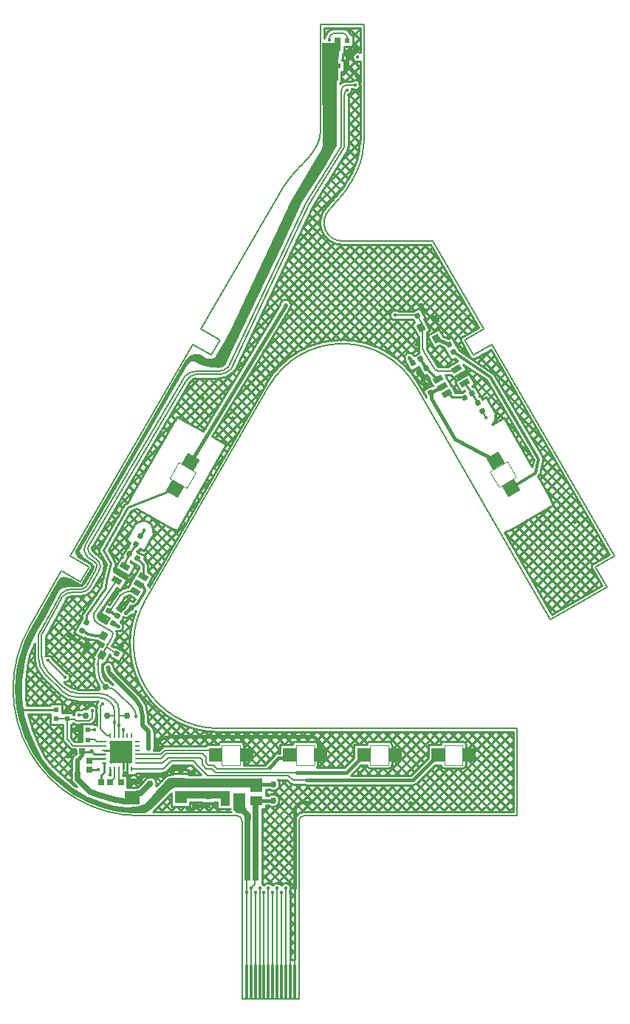
<source format=gbl>
G04*
G04 #@! TF.GenerationSoftware,Altium Limited,Altium Designer,19.0.12 (326)*
G04*
G04 Layer_Physical_Order=2*
G04 Layer_Color=16711680*
%FSLAX44Y44*%
%MOMM*%
G71*
G01*
G75*
%ADD11C,0.1524*%
%ADD12C,0.2540*%
%ADD13C,0.1270*%
%ADD14C,0.0500*%
%ADD15C,0.0500*%
%ADD16R,0.3000X4.0000*%
%ADD23C,0.2413*%
%ADD24C,0.2032*%
%ADD25C,0.3810*%
%ADD26C,0.5080*%
%ADD29C,0.4572*%
%ADD31C,0.4064*%
%ADD32C,0.5080*%
%ADD33C,0.3048*%
%ADD34R,0.6000X0.6000*%
%ADD35C,0.7500*%
%ADD36R,0.6000X0.6000*%
%ADD37R,1.4000X1.1000*%
%ADD38R,1.1000X1.4000*%
G04:AMPARAMS|DCode=39|XSize=0.8mm|YSize=0.9mm|CornerRadius=0mm|HoleSize=0mm|Usage=FLASHONLY|Rotation=330.000|XOffset=0mm|YOffset=0mm|HoleType=Round|Shape=Rectangle|*
%AMROTATEDRECTD39*
4,1,4,-0.5714,-0.1897,-0.1214,0.5897,0.5714,0.1897,0.1214,-0.5897,-0.5714,-0.1897,0.0*
%
%ADD39ROTATEDRECTD39*%

%ADD40P,0.8485X4X195.0*%
G04:AMPARAMS|DCode=41|XSize=0.65mm|YSize=1.1mm|CornerRadius=0mm|HoleSize=0mm|Usage=FLASHONLY|Rotation=240.000|XOffset=0mm|YOffset=0mm|HoleType=Round|Shape=Rectangle|*
%AMROTATEDRECTD41*
4,1,4,-0.3138,0.5565,0.6388,0.0065,0.3138,-0.5565,-0.6388,-0.0065,-0.3138,0.5565,0.0*
%
%ADD41ROTATEDRECTD41*%

G04:AMPARAMS|DCode=42|XSize=0.8mm|YSize=0.9mm|CornerRadius=0mm|HoleSize=0mm|Usage=FLASHONLY|Rotation=210.000|XOffset=0mm|YOffset=0mm|HoleType=Round|Shape=Rectangle|*
%AMROTATEDRECTD42*
4,1,4,0.1214,0.5897,0.5714,-0.1897,-0.1214,-0.5897,-0.5714,0.1897,0.1214,0.5897,0.0*
%
%ADD42ROTATEDRECTD42*%

%ADD43P,0.8485X4X165.0*%
G04:AMPARAMS|DCode=44|XSize=0.65mm|YSize=1.1mm|CornerRadius=0mm|HoleSize=0mm|Usage=FLASHONLY|Rotation=120.000|XOffset=0mm|YOffset=0mm|HoleType=Round|Shape=Rectangle|*
%AMROTATEDRECTD44*
4,1,4,0.6388,-0.0065,-0.3138,-0.5565,-0.6388,0.0065,0.3138,0.5565,0.6388,-0.0065,0.0*
%
%ADD44ROTATEDRECTD44*%

%ADD45P,0.8485X4X105.0*%
%ADD46P,0.8485X4X75.0*%
%ADD47R,0.8000X0.9000*%
%ADD48R,0.6000X0.2500*%
%ADD49R,0.2500X0.6000*%
%ADD50R,2.6000X2.6000*%
G04:AMPARAMS|DCode=51|XSize=1.5mm|YSize=1.6mm|CornerRadius=0mm|HoleSize=0mm|Usage=FLASHONLY|Rotation=120.000|XOffset=0mm|YOffset=0mm|HoleType=Round|Shape=Rectangle|*
%AMROTATEDRECTD51*
4,1,4,1.0678,-0.2495,-0.3178,-1.0495,-1.0678,0.2495,0.3178,1.0495,1.0678,-0.2495,0.0*
%
%ADD51ROTATEDRECTD51*%

G04:AMPARAMS|DCode=52|XSize=1.5mm|YSize=1.6mm|CornerRadius=0mm|HoleSize=0mm|Usage=FLASHONLY|Rotation=60.000|XOffset=0mm|YOffset=0mm|HoleType=Round|Shape=Rectangle|*
%AMROTATEDRECTD52*
4,1,4,0.3178,-1.0495,-1.0678,-0.2495,-0.3178,1.0495,1.0678,0.2495,0.3178,-1.0495,0.0*
%
%ADD52ROTATEDRECTD52*%

%ADD53R,1.5000X1.6000*%
%ADD54R,0.7200X0.7200*%
%ADD55R,0.7200X0.7200*%
%ADD56R,0.9000X0.8000*%
%ADD57C,0.6350*%
%ADD58R,0.7366X1.3657*%
%ADD59R,0.6604X1.5938*%
%ADD60R,1.3462X1.4478*%
%ADD61R,1.6684X1.5240*%
%ADD62R,10.5918X1.1386*%
%ADD63R,5.6134X0.9045*%
%ADD64R,0.7620X9.2068*%
%ADD65R,0.7620X7.2136*%
%ADD66R,1.3646X4.2968*%
%ADD67R,1.6510X7.0738*%
G36*
X108584Y1007872D02*
X108712Y976884D01*
X94234Y951738D01*
X69088Y912876D01*
X44958Y861314D01*
X-16996Y732050D01*
X-17109Y731035D01*
X-17725Y729087D01*
X-18711Y727297D01*
X-20026Y725733D01*
X-21621Y724457D01*
X-23435Y723516D01*
X-25397Y722947D01*
X-27433Y722771D01*
X-28448Y722884D01*
X-34798D01*
X-43688Y725170D01*
X-51816Y728472D01*
X-52257Y728872D01*
X-53247Y729533D01*
X-54346Y729989D01*
X-55514Y730221D01*
X-56108Y730250D01*
X-56108Y730250D01*
X-56108Y730250D01*
X-57912Y730250D01*
X-58232Y730234D01*
X-58858Y730110D01*
X-59448Y729865D01*
X-59980Y729510D01*
X-60217Y729295D01*
X-62660Y726852D01*
X-181489Y521654D01*
X-182221Y520700D01*
X-182673Y519610D01*
X-184836Y515874D01*
X-185928Y513334D01*
Y512064D01*
X-185396Y510541D01*
X-184836Y509557D01*
X-183029Y507750D01*
X-180165Y505206D01*
X-177493Y503227D01*
X-175514Y501396D01*
X-173990Y500634D01*
X-172033Y499185D01*
X-170119Y497078D01*
X-169352Y495554D01*
Y493878D01*
X-169414Y493662D01*
X-170469Y491555D01*
X-178644Y476584D01*
X-180898Y473327D01*
X-183379Y472018D01*
X-183420Y472001D01*
X-184193Y471900D01*
X-187755Y471723D01*
X-195000D01*
Y471773D01*
X-198424Y471436D01*
X-199403Y471412D01*
X-204164Y470908D01*
X-207046Y470056D01*
X-208534Y469138D01*
X-210770Y466105D01*
X-225056Y437908D01*
X-234188Y422656D01*
X-241427Y409321D01*
X-247396Y394970D01*
X-249936Y382016D01*
X-251968Y363220D01*
Y345186D01*
X-249428Y325374D01*
X-243948Y306686D01*
X-235994Y289024D01*
X-228981Y275209D01*
X-220726Y264477D01*
X-210770Y255270D01*
X-194127Y241300D01*
X-178816Y231846D01*
X-158242Y224536D01*
X-146370Y221611D01*
X-133096Y219710D01*
X-120650Y219964D01*
X-112814Y222504D01*
X-107188Y226754D01*
X-103124Y231902D01*
X-98806Y237490D01*
X-93980Y243332D01*
X-89916Y247650D01*
X-85344Y252222D01*
X-82550Y253397D01*
X-73406Y253482D01*
X-72136Y252325D01*
X-72136Y242062D01*
X-75954Y242062D01*
X-76869Y242018D01*
X-78664Y241662D01*
X-80354Y240960D01*
X-81526Y240175D01*
X-81634Y240102D01*
X-81634Y240102D01*
X-81874Y239941D01*
X-82487Y239383D01*
X-82550Y239330D01*
X-82550Y239330D01*
X-83432Y238448D01*
X-103473Y218407D01*
X-104915Y216964D01*
X-108305Y214698D01*
X-112073Y213137D01*
X-116074Y212343D01*
X-118110Y212344D01*
X-118110Y212344D01*
X-118111D01*
X-123952Y212565D01*
X-134968Y213496D01*
X-147278Y215397D01*
X-150132Y215964D01*
X-152813Y216653D01*
X-160175Y218730D01*
X-177432Y225438D01*
X-182234Y227652D01*
X-193675Y234195D01*
X-198447Y237384D01*
X-207518Y244536D01*
X-216408Y252222D01*
X-222879Y258652D01*
X-223632Y259466D01*
X-228760Y265492D01*
X-233144Y271053D01*
X-237693Y277860D01*
X-241071Y283406D01*
X-242761Y286424D01*
X-247231Y295317D01*
X-249550Y300346D01*
X-253431Y310868D01*
X-256475Y321661D01*
X-258663Y332660D01*
X-259981Y343797D01*
X-260421Y355003D01*
X-259981Y366208D01*
X-258663Y377345D01*
X-256475Y388344D01*
X-253431Y399138D01*
X-249550Y409659D01*
X-244855Y419843D01*
X-241200Y426369D01*
X-241263Y426405D01*
X-209744Y480994D01*
X-209248Y481490D01*
X-207890Y482397D01*
X-206382Y483020D01*
X-204781Y483337D01*
X-203965Y483335D01*
X-203962Y483342D01*
X-201700Y483025D01*
X-198374Y482346D01*
X-196959Y481703D01*
X-186497Y475662D01*
X-185683Y475386D01*
X-184826Y475442D01*
X-184056Y475822D01*
X-183490Y476468D01*
X-173489Y493788D01*
X-173213Y494601D01*
X-173269Y495458D01*
X-173649Y496229D01*
X-174295Y496795D01*
X-174295Y496795D01*
X-186424Y503798D01*
X-187960Y505206D01*
X-188690Y505859D01*
X-189868Y507424D01*
X-190718Y509189D01*
X-191207Y511086D01*
X-191262Y512064D01*
X-191103Y513279D01*
X-127860Y622814D01*
X-65566Y729723D01*
X-65535Y729731D01*
X-64090Y732270D01*
X-63505Y733298D01*
X-61557Y735246D01*
X-59446Y736657D01*
X-57100Y737629D01*
X-54610Y738124D01*
X-53340Y738124D01*
X-53340Y738124D01*
X-50495Y738124D01*
X-49299Y738124D01*
X-46954Y737657D01*
X-44744Y736742D01*
X-42757Y735415D01*
X-41910Y734568D01*
X-41532Y734225D01*
X-40684Y733658D01*
X-39741Y733268D01*
X-38741Y733069D01*
X-38231Y733044D01*
X-36154D01*
X-35468Y733078D01*
X-34121Y733346D01*
X-32852Y733871D01*
X-31711Y734634D01*
X-31202Y735096D01*
X-31201Y735096D01*
X-30459Y735838D01*
X-20574Y752602D01*
X-12700Y767185D01*
X55880Y913384D01*
X88900Y969772D01*
X89614Y970560D01*
X90794Y972326D01*
X91607Y974289D01*
X92022Y976372D01*
X92074Y977435D01*
X92074Y977435D01*
Y993864D01*
X92084Y993997D01*
X92074D01*
Y1028192D01*
X108584D01*
Y1007872D01*
D02*
G37*
G36*
X3810Y221234D02*
X3851Y220392D01*
X4180Y218742D01*
X4824Y217187D01*
X5759Y215788D01*
X6324Y215163D01*
X8224Y213264D01*
X9173Y211844D01*
X9827Y210265D01*
X10160Y208590D01*
Y204724D01*
X2540D01*
Y208113D01*
X2523Y208453D01*
X2391Y209120D01*
X2130Y209748D01*
X1753Y210314D01*
X1524Y210566D01*
X1468Y210622D01*
X1468D01*
X977Y211067D01*
X-122Y211801D01*
X-1344Y212307D01*
X-2641Y212565D01*
X-3302Y212598D01*
X-5190D01*
X-5782Y212716D01*
X-6340Y212947D01*
X-6843Y213283D01*
X-7056Y213496D01*
X-8890Y215330D01*
X-9602Y216305D01*
X-9840Y216881D01*
X-9983Y217602D01*
Y235253D01*
X-9906Y235330D01*
X3810D01*
Y221234D01*
D02*
G37*
D11*
X120062Y1041828D02*
G03*
X117094Y1034663I7165J-7165D01*
G01*
X115570Y1044956D02*
G03*
X113284Y1039437I5519J-5519D01*
G01*
X119862Y1046734D02*
G03*
X115570Y1044956I0J-6071D01*
G01*
X-155241Y324866D02*
G03*
X-155854Y324612I0J-867D01*
G01*
X-26488Y715264D02*
G03*
X-14224Y720344I0J17344D01*
G01*
X-53848Y715264D02*
G03*
X-59465Y712937I0J-7944D01*
G01*
X-27592Y718820D02*
G03*
X-16256Y723516I0J16032D01*
G01*
X-52766Y718820D02*
G03*
X-65176Y713680I0J-17550D01*
G01*
X-175400Y520192D02*
G03*
X-177038Y516238I3954J-3954D01*
G01*
X-181102Y513588D02*
G03*
X-178749Y507907I8035J0D01*
G01*
X-179070Y520954D02*
G03*
X-181102Y516048I4906J-4906D01*
G01*
X-177038Y515366D02*
G03*
X-175184Y510890I6330J0D01*
G01*
X-162814Y497005D02*
G03*
X-164738Y501650I-6569J0D01*
G01*
X-185035Y465836D02*
G03*
X-176147Y469517I0J12569D01*
G01*
X-194590Y465836D02*
G03*
X-205403Y461357I0J-15291D01*
G01*
X-166370Y495808D02*
G03*
X-167987Y499710I-5519J0D01*
G01*
X-195000Y469392D02*
G03*
X-207264Y464312I0J-17344D01*
G01*
X-185413Y469392D02*
G03*
X-178308Y472335I0J10047D01*
G01*
X-233426Y390011D02*
G03*
X-225986Y372051I25400J0D01*
G01*
X-151440Y340203D02*
G03*
X-164084Y345440I-12644J-12644D01*
G01*
X-206815Y352879D02*
G03*
X-188855Y345440I17960J17960D01*
G01*
X-146450Y329729D02*
G03*
X-150327Y339090I-13238J0D01*
G01*
X-132104Y324612D02*
G03*
X-132717Y324866I-613J-613D01*
G01*
X-229870Y392537D02*
G03*
X-222430Y374576I25400J0D01*
G01*
X-205306Y357452D02*
G03*
X-187345Y350012I17960J17960D01*
G01*
X-146739Y342573D02*
G03*
X-164699Y350012I-17960J-17960D01*
G01*
X-141626Y333718D02*
G03*
X-144272Y340106I-9034J0D01*
G01*
X-171958Y322072D02*
Y330200D01*
X-191944Y320548D02*
X-190226Y318830D01*
X-175200D02*
X-171958Y322072D01*
X-190226Y318830D02*
X-175200D01*
X-213046Y321390D02*
X-213046Y321390D01*
X-200884D01*
Y297191D02*
X-193797Y290104D01*
X-200884Y297191D02*
Y321390D01*
X-200042Y320548D02*
X-191944D01*
X-200884Y321390D02*
X-200042Y320548D01*
X-162560Y335788D02*
X-160274Y338074D01*
X-162560Y309237D02*
Y335788D01*
Y309237D02*
X-154927Y301604D01*
X119862Y1046734D02*
X130048D01*
X120062Y1041146D02*
Y1041828D01*
X113284Y976122D02*
Y1039437D01*
X117094Y975319D02*
Y1034663D01*
X-193797Y290104D02*
X-158126D01*
X-146450Y324866D02*
Y329729D01*
Y316481D02*
Y324866D01*
X-155241D02*
X-146450D01*
X-14224Y720344D02*
X-12700Y721868D01*
X-53848Y715264D02*
X-26488D01*
X-175400Y520192D02*
X-64426Y707977D01*
X-175400Y520192D02*
Y520192D01*
X76164Y909386D02*
X117094Y975319D01*
X-12700Y721868D02*
X76164Y909386D01*
X-64426Y707977D02*
X-59465Y712937D01*
X-16256Y723516D02*
X72644Y910844D01*
X-65176Y713680D02*
Y713680D01*
X-179070Y520954D02*
X-65176Y713680D01*
X-52766Y718820D02*
X-27592D01*
X72644Y910844D02*
X113284Y976122D01*
X-181102Y513588D02*
Y516048D01*
X-178749Y507907D02*
X-176828Y505985D01*
X-177038Y515366D02*
Y516238D01*
X-164738Y501650D02*
X-164738Y501650D01*
X-171745Y507451D02*
X-164738Y501650D01*
X-162814Y494518D02*
Y497005D01*
X-176147Y469517D02*
X-164883Y489017D01*
X-194590Y465836D02*
X-185035D01*
X-205403Y461357D02*
Y461357D01*
X-229870Y416560D02*
X-205403Y461357D01*
X-175184Y510890D02*
X-171745Y507451D01*
X-164883Y489017D02*
X-162814Y494518D01*
X-176828Y505985D02*
X-169672Y501396D01*
X-167987Y499711D01*
X-167234Y492811D02*
X-166370Y495808D01*
X-178308Y472335D02*
X-168403Y490475D01*
X-167234Y492811D01*
X-195000Y469392D02*
X-185413D01*
X-233426Y390011D02*
Y416412D01*
X-207264Y464312D01*
X-141626Y313436D02*
Y324866D01*
Y301604D02*
Y313436D01*
X-225986Y372051D02*
X-206815Y352879D01*
X-188855Y345440D02*
X-164084D01*
X-151440Y340203D02*
X-150327Y339090D01*
X-141626Y324866D02*
X-132717D01*
X-229870Y392537D02*
Y416560D01*
X-222430Y374576D02*
X-205306Y357452D01*
X-187345Y350012D02*
X-164699D01*
X-146739Y342573D02*
X-144272Y340106D01*
X-141626Y324866D02*
Y333718D01*
X-154927Y301604D02*
X-151626D01*
X-136626D02*
Y308353D01*
X-146626Y315289D02*
X-146450Y315465D01*
X-146626Y301604D02*
Y315289D01*
D12*
X-186472Y308383D02*
Y312928D01*
X-186502Y308353D02*
X-186472Y308383D01*
Y312928D02*
X-184630Y314769D01*
X-172402D01*
X-167132Y320040D01*
Y332199D01*
X-167182Y332249D02*
X-167132Y332199D01*
X-167182Y332249D02*
Y334010D01*
X-172008Y338836D02*
X-167182Y334010D01*
X-193438Y338836D02*
X-172008D01*
X-200884Y331390D02*
X-193438Y338836D01*
X-255016Y331470D02*
X-253746D01*
X-253666Y331390D01*
X-213046D01*
X-131626Y263604D02*
Y275104D01*
X-159258Y514001D02*
X-150323Y498812D01*
X-159258Y514001D02*
X-130810Y562864D01*
X-76911Y584328D01*
X263410Y693380D02*
X270296Y682256D01*
X255158Y705390D02*
X263410Y693380D01*
X240343Y689623D02*
X254508D01*
X236577Y693390D02*
X240343Y689623D01*
X234373Y693390D02*
X236577D01*
X-120384Y504484D02*
X-113458Y497558D01*
Y483557D02*
Y497558D01*
X-117134Y529856D02*
X-112776Y536956D01*
X-129044Y509484D02*
X-122134Y521196D01*
X-135890Y497505D02*
X-129044Y509484D01*
X-155448Y479044D02*
X-150323Y498812D01*
X-156383Y470662D02*
X-155448Y479044D01*
X-178308Y439420D02*
X-156383Y470662D01*
X-178348Y439380D02*
X-178308Y439420D01*
X-178348Y430816D02*
Y439380D01*
X-34091Y284988D02*
X-33075Y283972D01*
X-183400Y283406D02*
X-172654D01*
X-185500D02*
X-183400D01*
X-169352Y280104D02*
X-158126D01*
X-172654Y283406D02*
X-169352Y280104D01*
X-136626Y280104D02*
X-131626Y275104D01*
X-139126Y282604D02*
X-136626Y280104D01*
Y263604D02*
Y280104D01*
X-176348Y262967D02*
X-164738D01*
X-176348Y272967D02*
X-174211Y275104D01*
X-151626Y257045D02*
Y263604D01*
X-141626Y285104D02*
X-139126Y282604D01*
X-158126Y285104D02*
X-141626D01*
X-174211Y275104D02*
X-158126D01*
X-161638Y256322D02*
X-158126Y259834D01*
X-161638Y248666D02*
Y256322D01*
X-158126Y259834D02*
Y270104D01*
X-131626Y256376D02*
X-129032Y253782D01*
Y248666D02*
Y253782D01*
X-131626Y256376D02*
Y263604D01*
D13*
X71033Y210000D02*
G03*
X65000Y203904I31J-6065D01*
G01*
X0Y203812D02*
G03*
X-5942Y210000I-6065J123D01*
G01*
X-111533Y455503D02*
G03*
X-27532Y310000I84003J-48502D01*
G01*
X198813Y702019D02*
G03*
X30804Y702023I-84006J-48498D01*
G01*
X100117Y903997D02*
G03*
X114813Y867997I14697J-15000D01*
G01*
X100117Y903997D02*
G03*
X118069Y924838I-112752J115276D01*
G01*
X86550Y979398D02*
G03*
X88952Y986455I-34722J15755D01*
G01*
X55905Y941923D02*
G03*
X46385Y928999I62227J-55807D01*
G01*
X127940Y940646D02*
G03*
X131966Y948976I-104630J55697D01*
G01*
X67301Y954122D02*
G03*
X72986Y960189I-226733J218176D01*
G01*
X137728Y966245D02*
G03*
X139816Y983996I-76944J18047D01*
G01*
X135260Y957526D02*
G03*
X137728Y966245I-88650J29809D01*
G01*
X118069Y924838D02*
G03*
X127940Y940646I-111894J80857D01*
G01*
X72986Y960189D02*
G03*
X78280Y966360I-96757J88364D01*
G01*
X131966Y948976D02*
G03*
X135260Y957526I-96690J42161D01*
G01*
X88952Y986455D02*
G03*
X89816Y993997I-32548J7551D01*
G01*
X78280Y966360D02*
G03*
X82897Y972731I-59537J48000D01*
G01*
D02*
G03*
X86550Y979398I-42719J27740D01*
G01*
X61512Y948065D02*
G03*
X55905Y941922I151760J-144153D01*
G01*
X-243169Y427506D02*
G03*
X-117601Y210003I125572J-72503D01*
G01*
X0Y0D02*
Y203812D01*
X65000Y0D02*
Y203904D01*
X0Y0D02*
X65000D01*
X353156Y434674D02*
X418158Y472087D01*
X198813Y702019D02*
X353156Y434674D01*
X405003Y494874D02*
X418158Y472087D01*
X405003Y494874D02*
X426654Y507374D01*
X286664Y749856D02*
X426654Y507374D01*
X218461Y867994D02*
X276665Y767177D01*
X255014Y754678D02*
X276665Y767177D01*
X265013Y737357D02*
X286664Y749856D01*
X255014Y754678D02*
X265013Y737357D01*
X114813Y867997D02*
X218461Y867994D01*
X139816Y983996D02*
X139816Y1003996D01*
X89816Y993997D02*
X89816Y1003997D01*
X61512Y948065D02*
X67301Y954122D01*
X-47044Y767185D02*
X46385Y928999D01*
X-47044Y767185D02*
X-25393Y754685D01*
X-35394Y737365D02*
X-25393Y754685D01*
X-57044Y749865D02*
X-35394Y737365D01*
X-197046Y507389D02*
X-57044Y749865D01*
X-111533Y455503D02*
X30804Y702023D01*
X-27532Y310000D02*
X314799Y309992D01*
X-243169Y427506D02*
X-207046Y490069D01*
X-185396Y477568D02*
X-175396Y494889D01*
X-197046Y507389D02*
X-175396Y494889D01*
X-207046Y490069D02*
X-185396Y477568D01*
X-117601Y210003D02*
X-5942Y210000D01*
X71033Y210000D02*
X314799D01*
Y309992D01*
X139816Y1003996D02*
Y1115996D01*
X89818D02*
X139816D01*
X89816Y1003997D02*
Y1115997D01*
D14*
X-23201Y290999D02*
X-2201D01*
Y267999D02*
Y290999D01*
X-23201Y267999D02*
X-2201D01*
X-23201D02*
Y290999D01*
X61796Y290997D02*
X82795D01*
Y267997D02*
Y290997D01*
X61796Y267997D02*
X82795D01*
X61796D02*
Y290997D01*
X146797Y291000D02*
X167797D01*
Y268001D02*
Y291000D01*
X146797Y268001D02*
X167797D01*
X146797D02*
Y291000D01*
X231799Y290993D02*
X252799D01*
Y267993D02*
Y290993D01*
X231799Y267993D02*
X252799D01*
X231799D02*
Y290993D01*
D15*
X-83224Y596373D02*
X-72785Y614503D01*
X-63292Y584897D02*
X-52853Y603027D01*
X-72785Y614503D02*
X-52853Y603027D01*
X-83224Y596373D02*
X-63292Y584897D01*
X304030Y615725D02*
X314469Y597595D01*
X284098Y604248D02*
X294537Y586119D01*
X284098Y604248D02*
X304030Y615725D01*
X294537Y586119D02*
X314469Y597595D01*
D16*
X60000Y20000D02*
D03*
X50000D02*
D03*
X45000D02*
D03*
X40000D02*
D03*
X25000D02*
D03*
X20000D02*
D03*
X15000D02*
D03*
X5000D02*
D03*
X55000D02*
D03*
X10000D02*
D03*
X35000D02*
D03*
X30000D02*
D03*
D23*
X252823Y758472D02*
G03*
X251219Y752487I2191J-3795D01*
G01*
X252823Y758472D02*
G03*
X251225Y752477I2191J-3795D01*
G01*
X261213Y735176D02*
G03*
X267204Y733562I3800J2181D01*
G01*
X261219Y735166D02*
G03*
X267204Y733562I3795J2191D01*
G01*
X210649Y774410D02*
G03*
X209994Y776411I-4742J-445D01*
G01*
X210649Y774410D02*
G03*
X209998Y776404I-4742J-445D01*
G01*
X212865Y743113D02*
G03*
X212156Y744019I-4077J-2461D01*
G01*
X211859Y744736D02*
G03*
X212156Y744019I1013J0D01*
G01*
X212865Y743113D02*
G03*
X212156Y744019I-4077J-2461D01*
G01*
X202334Y744736D02*
G03*
X203386Y740145I10538J0D01*
G01*
X288742Y715152D02*
G03*
X287142Y716846I-4537J-2682D01*
G01*
X288744Y715148D02*
G03*
X287153Y716839I-4539J-2678D01*
G01*
X135435Y1083593D02*
G03*
X135435Y1073690I-2979J-4951D01*
G01*
Y1048825D02*
G03*
X126433Y1051243I-5387J-2091D01*
G01*
Y1042225D02*
G03*
X135435Y1044643I3614J4509D01*
G01*
X124461Y1104280D02*
G03*
X122240Y1108014I-8462J-2507D01*
G01*
X125841Y1041146D02*
G03*
X125739Y1042225I-5778J0D01*
G01*
X121681Y1035599D02*
G03*
X125841Y1041146I-1619J5547D01*
G01*
X121681Y1035599D02*
G03*
X121602Y1034663I5546J-936D01*
G01*
X133462Y967246D02*
G03*
X135434Y984004I-72678J17047D01*
G01*
X131107Y958922D02*
G03*
X133456Y967219I-84497J28413D01*
G01*
X120924Y972941D02*
G03*
X121602Y975319I-3830J2378D01*
G01*
X127949Y950728D02*
G03*
X131102Y958908I-92673J40410D01*
G01*
X120924Y972941D02*
G03*
X121602Y975319I-3830J2378D01*
G01*
X122240Y1108014D02*
G03*
X115429Y1110835I-6810J-6810D01*
G01*
X105656D02*
G03*
X98232Y1107760I0J-10498D01*
G01*
X98232Y1107760D02*
G03*
X95240Y1102072I7660J-7660D01*
G01*
D02*
G03*
X94198Y1099877I4581J-3521D01*
G01*
X119862Y1051243D02*
G03*
X113601Y1049190I0J-10579D01*
G01*
D02*
G03*
X112382Y1048144I6262J-8527D01*
G01*
X124073Y942706D02*
G03*
X127949Y950727I-100763J53637D01*
G01*
X178787Y787844D02*
G03*
X178787Y778319I-3273J-4762D01*
G01*
X114527Y927416D02*
G03*
X124073Y942706I-108351J78279D01*
G01*
X97064Y907140D02*
G03*
X114518Y927404I-109699J112134D01*
G01*
X97051Y907127D02*
G03*
X114813Y863615I17763J-18130D01*
G01*
X197211Y736580D02*
G03*
X187364Y730895I-5441J-1946D01*
G01*
X55999Y794809D02*
G03*
X43452Y795383I-6287J0D01*
G01*
X53120Y789527D02*
G03*
X55999Y794809I-3407J5283D01*
G01*
X202608Y704210D02*
G03*
X27010Y704214I-87800J-50689D01*
G01*
X345244Y618123D02*
G03*
X344508Y620809I-5271J0D01*
G01*
X345078Y616812D02*
G03*
X345244Y618123I-5105J1312D01*
G01*
D02*
G03*
X344511Y620805I-5271J0D01*
G01*
X345078Y616812D02*
G03*
X345244Y618123I-5105J1312D01*
G01*
X339311Y597958D02*
G03*
X340906Y600578I-3509J3933D01*
G01*
X339311Y597958D02*
G03*
X340906Y600578I-3509J3933D01*
G01*
X402822Y498674D02*
G03*
X401208Y492683I2181J-3800D01*
G01*
X402812Y498669D02*
G03*
X401208Y492683I2191J-3795D01*
G01*
X290513Y665988D02*
G03*
X290206Y668548I-10859J0D01*
G01*
X286773Y657789D02*
G03*
X290513Y665988I-7120J8199D01*
G01*
X256795Y290993D02*
G03*
X252799Y294989I-3996J0D01*
G01*
X256795Y290993D02*
G03*
X252799Y294989I-3996J0D01*
G01*
X231799D02*
G03*
X227810Y291247I0J-3996D01*
G01*
X231799Y294989D02*
G03*
X227810Y291247I0J-3996D01*
G01*
X252799Y263996D02*
G03*
X256795Y267993I0J3996D01*
G01*
X252799Y263996D02*
G03*
X256795Y267993I0J3996D01*
G01*
X227809Y267754D02*
G03*
X231799Y263996I3989J239D01*
G01*
X227809Y267754D02*
G03*
X231799Y263996I3989J239D01*
G01*
X195490Y244792D02*
G03*
X199493Y246455I0J5652D01*
G01*
X195490Y244792D02*
G03*
X199486Y246448I0J5652D01*
G01*
X171794Y291000D02*
G03*
X167797Y294997I-3996J0D01*
G01*
X171794Y291000D02*
G03*
X167797Y294997I-3996J0D01*
G01*
X146797D02*
G03*
X142809Y291249I0J-3996D01*
G01*
X146797Y294997D02*
G03*
X142809Y291249I0J-3996D01*
G01*
X167797Y264004D02*
G03*
X171794Y268001I0J3996D01*
G01*
X167797Y264004D02*
G03*
X171794Y268001I0J3996D01*
G01*
X142808Y267756D02*
G03*
X146797Y264004I3989J245D01*
G01*
X142808Y267756D02*
G03*
X146797Y264004I3989J245D01*
G01*
X86792Y290997D02*
G03*
X82795Y294994I-3996J0D01*
G01*
X86792Y290997D02*
G03*
X82795Y294994I-3996J0D01*
G01*
X61796D02*
G03*
X57807Y291251I0J-3996D01*
G01*
X61796Y294994D02*
G03*
X57807Y291251I0J-3996D01*
G01*
X41700Y281684D02*
G03*
X37704Y280029I0J-5652D01*
G01*
X41700Y281684D02*
G03*
X37697Y280022I0J-5652D01*
G01*
X85688Y265240D02*
G03*
X86792Y267997I-2892J2758D01*
G01*
X85688Y265240D02*
G03*
X86792Y267997I-2892J2758D01*
G01*
X55052Y247076D02*
G03*
X58420Y245681I3368J3368D01*
G01*
X55052Y247076D02*
G03*
X58420Y245681I3368J3368D01*
G01*
X27246Y269571D02*
G03*
X26217Y268160I3996J-3996D01*
G01*
X43310Y245872D02*
G03*
X41114Y251174I-7497J0D01*
G01*
X30889Y240221D02*
G03*
X43310Y245872I4925J5652D01*
G01*
X71125Y245681D02*
G03*
X74168Y244792I3043J4762D01*
G01*
X71011Y214381D02*
G03*
X60619Y203895I54J-10446D01*
G01*
X54763Y123661D02*
G03*
X55778Y126934I-4762J3273D01*
G01*
X30421Y221644D02*
G03*
X42803Y227330I4885J5686D01*
G01*
D02*
G03*
X30341Y232947I-7497J0D01*
G01*
X45000Y129831D02*
G03*
X35000Y129831I-5000J-2897D01*
G01*
X35000D02*
G03*
X25000Y129831I-5000J-2897D01*
G01*
X55778Y126934D02*
G03*
X45000Y129831I-5778J0D01*
G01*
X25000D02*
G03*
X23305Y131674I-5000J-2897D01*
G01*
X-9512Y718680D02*
G03*
X-8622Y719945I-3188J3188D01*
G01*
X-9521Y718671D02*
G03*
X-8626Y719937I-3179J3196D01*
G01*
X-26488Y710755D02*
G03*
X-11036Y717156I0J21853D01*
G01*
X-53848Y710755D02*
G03*
X-56270Y709756I0J-3435D01*
G01*
X-102124Y534846D02*
G03*
X-101917Y536956I-10652J2110D01*
G01*
X-108441Y497558D02*
G03*
X-109911Y501105I-5016J0D01*
G01*
X-108441Y497558D02*
G03*
X-109911Y501105I-5016J0D01*
G01*
X-106963Y472179D02*
G03*
X-107966Y474576I-11245J-3298D01*
G01*
X-101917Y536956D02*
G03*
X-119929Y545126I-10859J0D01*
G01*
X-125422Y455086D02*
G03*
X-124258Y455966I-2622J4683D01*
G01*
X-132666Y567524D02*
G03*
X-135145Y565388I1856J-4660D01*
G01*
X-132666Y567524D02*
G03*
X-135145Y565388I1856J-4660D01*
G01*
X-145307Y498812D02*
G03*
X-146002Y501360I-5016J0D01*
G01*
X-145307Y498812D02*
G03*
X-145999Y501356I-5016J0D01*
G01*
X-145467Y497554D02*
G03*
X-145307Y498812I-4856J1259D01*
G01*
X-145467Y497554D02*
G03*
X-145307Y498812I-4856J1259D01*
G01*
X-172212Y517004D02*
G03*
X-171516Y517903I-3188J3188D01*
G01*
X-172212Y517004D02*
G03*
X-171519Y517898I-3188J3188D01*
G01*
X-172217Y516999D02*
G03*
X-171516Y517903I-3183J3193D01*
G01*
X-172217Y516999D02*
G03*
X-172530Y516238I771J-762D01*
G01*
X-163593Y516525D02*
G03*
X-163579Y511454I4335J-2524D01*
G01*
X-163593Y516525D02*
G03*
X-163582Y511458I4335J-2524D01*
G01*
X-172530Y515366D02*
G03*
X-172002Y514084I1821J0D01*
G01*
X-158306Y497005D02*
G03*
X-161550Y504838I-11078J0D01*
G01*
X-158594Y492931D02*
G03*
X-158306Y494518I-4220J1587D01*
G01*
X-158594Y492931D02*
G03*
X-158306Y494518I-4220J1587D01*
G01*
X-131034Y471607D02*
G03*
X-139216Y468450I3278J-20677D01*
G01*
X-128642Y462306D02*
G03*
X-135530Y459282I886J-11376D01*
G01*
X-139248Y468429D02*
G03*
X-142560Y465733I11492J-17499D01*
G01*
X-142560Y465733D02*
G03*
X-143128Y465047I3368J-3368D01*
G01*
X-142560Y465733D02*
G03*
X-143128Y465047I3368J-3368D01*
G01*
X-142560Y465733D02*
G03*
X-143130Y465044I3368J-3368D01*
G01*
X-142560Y465733D02*
G03*
X-143133Y465040I3368J-3368D01*
G01*
X-136436Y437321D02*
G03*
X-128274Y439475I3073J4893D01*
G01*
X-137200Y446534D02*
G03*
X-138815Y444125I3838J-4320D01*
G01*
X-136461Y426720D02*
G03*
X-139591Y431856I-5778J0D01*
G01*
X-143988Y421212D02*
G03*
X-136461Y426720I1748J5508D01*
G01*
X-146014Y410400D02*
G03*
X-143270Y417671I-8259J7271D01*
G01*
Y417830D02*
G03*
X-143988Y421212I-8321J0D01*
G01*
X-172959Y466329D02*
G03*
X-172243Y467262I-3188J3188D01*
G01*
X-172959Y466329D02*
G03*
X-172241Y467267I-3188J3188D01*
G01*
X-185035Y461328D02*
G03*
X-172959Y466329I0J17078D01*
G01*
X-194590Y461328D02*
G03*
X-201784Y458577I0J-10783D01*
G01*
X-182267Y442512D02*
G03*
X-183365Y439380I3918J-3132D01*
G01*
X-182267Y442512D02*
G03*
X-183365Y439380I3918J-3132D01*
G01*
X-180476Y413637D02*
G03*
X-168671Y410806I11805J23196D01*
G01*
X1795Y290999D02*
G03*
X-2201Y294995I-3996J0D01*
G01*
X1795Y290999D02*
G03*
X-2201Y294995I-3996J0D01*
G01*
X-23201D02*
G03*
X-27190Y291253I0J-3996D01*
G01*
X-23201Y294995D02*
G03*
X-27190Y291253I0J-3996D01*
G01*
X-101075Y306948D02*
G03*
X-102917Y311393I-6287J0D01*
G01*
X-101075Y306948D02*
G03*
X-102917Y311393I-6287J0D01*
G01*
X-88392Y289750D02*
G03*
X-91760Y288356I0J-4762D01*
G01*
X-88392Y289750D02*
G03*
X-91760Y288356I0J-4762D01*
G01*
X-101194Y284867D02*
G03*
X-101075Y286084I-6168J1217D01*
G01*
X-147383Y379730D02*
G03*
X-145633Y375503I5978J0D01*
G01*
X-147383Y379730D02*
G03*
X-157554Y384673I-6287J0D01*
G01*
X-147383Y379730D02*
G03*
X-157554Y384673I-6287J0D01*
G01*
X-159957Y379730D02*
G03*
X-154523Y366613I18551J0D01*
G01*
X-121708Y444531D02*
G03*
X-27532Y305619I94179J-37531D01*
G01*
X-108013Y324759D02*
G03*
X-117294Y347165I-31686J0D01*
G01*
X-148297Y360387D02*
G03*
X-149932Y360944I-8086J-21042D01*
G01*
D02*
G03*
X-156692Y364614I-6450J-3820D01*
G01*
X-90472Y258841D02*
G03*
X-87104Y260236I0J4762D01*
G01*
X-90472Y258841D02*
G03*
X-87104Y260236I0J4762D01*
G01*
X-101194Y284867D02*
G03*
X-101075Y286084I-6168J1217D01*
G01*
X-98618Y243716D02*
G03*
X-97914Y246888I-6792J3172D01*
G01*
D02*
G03*
X-112340Y249746I-7497J0D01*
G01*
X-157554Y384673D02*
G03*
X-158905Y383210I3884J-4943D01*
G01*
X-157554Y384673D02*
G03*
X-158905Y383210I3884J-4943D01*
G01*
D02*
G03*
X-159957Y379730I5235J-3480D01*
G01*
X-158905Y383210D02*
G03*
X-159957Y379730I5235J-3480D01*
G01*
X-160419Y376444D02*
G03*
X-156692Y364614I20638J0D01*
G01*
X-169944Y376444D02*
G03*
X-163801Y358201I30162J0D01*
G01*
X-169520Y389339D02*
G03*
X-170706Y382339I20077J-7000D01*
G01*
D02*
G03*
X-169944Y379755I4762J0D01*
G01*
X-197052Y368300D02*
G03*
X-201777Y373982I-5778J0D01*
G01*
X-204153Y362675D02*
G03*
X-197052Y368300I1322J5625D01*
G01*
X-163402Y354492D02*
G03*
X-164699Y354520I-1297J-29880D01*
G01*
X-163801Y358201D02*
G03*
X-163402Y354492I7419J-1077D01*
G01*
X-165296Y340932D02*
G03*
X-166021Y338677I5023J-2858D01*
G01*
D02*
G03*
X-167069Y335788I3461J-2889D01*
G01*
X-166021Y338677D02*
G03*
X-167069Y335788I3461J-2889D01*
G01*
Y333280D02*
G03*
X-177410Y332114I-4890J-3080D01*
G01*
X-202118Y360639D02*
G03*
X-187345Y354520I14772J14772D01*
G01*
X-217301Y389506D02*
G03*
X-225361Y392763I-5457J-1902D01*
G01*
X-237934Y390011D02*
G03*
X-229174Y368863I29908J0D01*
G01*
X-210003Y349692D02*
G03*
X-188855Y340932I21149J21149D01*
G01*
X-168770Y318884D02*
G03*
X-167449Y322072I-3188J3188D01*
G01*
X-168779Y318876D02*
G03*
X-167449Y322072I-3179J3196D01*
G01*
X-167069Y313715D02*
G03*
X-169755Y314025I-1988J-5426D01*
G01*
X-172668Y315099D02*
G03*
X-172003Y315651I-2532J3731D01*
G01*
X-177410Y332114D02*
G03*
X-184263Y330505I-1914J-7248D01*
G01*
X-184263D02*
G03*
X-192957Y325056I-2935J-4978D01*
G01*
X-172668Y315099D02*
G03*
X-172012Y315642I-2532J3731D01*
G01*
X-193414D02*
G03*
X-190226Y314321I3188J3188D01*
G01*
X-193423Y315651D02*
G03*
X-190226Y314321I3196J3179D01*
G01*
X-190974Y279895D02*
G03*
X-195212Y273952I2049J-5943D01*
G01*
Y261073D02*
G03*
X-195847Y258177I6287J-2896D01*
G01*
Y252037D02*
G03*
X-193819Y247143I6921J0D01*
G01*
X-195847Y252037D02*
G03*
X-193819Y247143I6921J0D01*
G01*
X-205392Y297191D02*
G03*
X-204072Y294003I4509J0D01*
G01*
X-196994Y286925D02*
G03*
X-193797Y285595I3196J3179D01*
G01*
X-196985Y286916D02*
G03*
X-193797Y285595I3188J3188D01*
G01*
X-205392Y297191D02*
G03*
X-204063Y293994I4509J0D01*
G01*
X261577Y763526D02*
X269271Y771220D01*
X233920Y757422D02*
X261383Y784884D01*
X242065Y754791D02*
X265327Y778052D01*
X215931Y863613D02*
X270679Y768781D01*
X218621Y763675D02*
X253494Y798549D01*
X228395Y762673D02*
X257439Y791717D01*
X252823Y758472D02*
X270679Y768781D01*
X246010Y747959D02*
X250991Y752940D01*
X250439Y741611D02*
X254914Y746087D01*
X239908Y758528D02*
X244908Y749868D01*
X236091Y756325D02*
X239908Y758528D01*
X244908Y749868D02*
X246654Y746843D01*
X225517Y767657D02*
X230400Y759201D01*
X236091Y756325D01*
X244908Y749868D02*
X246654Y746843D01*
X231601Y745930D02*
X233222Y743121D01*
X246654Y746843D02*
X249186Y742457D01*
X225879Y748821D02*
X231601Y745930D01*
X220347Y745627D02*
X225879Y748821D01*
X267204Y733562D02*
X285060Y743871D01*
X269743Y728586D02*
X284983Y743827D01*
X278229Y739927D02*
X299778Y718378D01*
X251225Y752477D02*
X261213Y735176D01*
X242410Y754193D02*
X260921Y735683D01*
X249186Y742457D02*
X287142Y716846D01*
X276177Y724245D02*
X288993Y737060D01*
X263263Y733340D02*
X264438Y732166D01*
X271397Y735983D02*
X314497Y692883D01*
X233222Y743121D02*
X234969Y740096D01*
X233222Y743121D02*
X234969Y740096D01*
X239969Y731436D01*
X226589Y748462D02*
X234988Y740063D01*
X219460Y732186D02*
X232188Y744913D01*
X256873Y737270D02*
X258859Y739255D01*
X239969Y731436D02*
X243582Y733522D01*
X247413Y730937D01*
X223516Y725465D02*
X236132Y738081D01*
X216640Y736858D02*
X229378Y724120D01*
X197648Y863613D02*
X240903Y820358D01*
X208425Y863613D02*
X226185Y845853D01*
X186871Y863614D02*
X255622Y794863D01*
X176095Y863614D02*
X270341Y769368D01*
X178385Y788097D02*
X229829Y839541D01*
X165318Y863614D02*
X264005Y764928D01*
X209923Y776530D02*
X245606Y812213D01*
X207332Y784715D02*
X241661Y819045D01*
X213552Y769382D02*
X249550Y805381D01*
X203388Y791547D02*
X237717Y825877D01*
X188909Y787844D02*
X233773Y832709D01*
X208482Y778946D02*
X210118Y779891D01*
X203371Y791576D02*
X210118Y779891D01*
X208482Y778946D02*
X209994Y776411D01*
X114813Y863615D02*
X215931Y863613D01*
X196908Y787844D02*
X203371Y791576D01*
X210458Y775369D02*
X220860Y764968D01*
X210649Y774410D02*
X215537Y765944D01*
X211853Y763817D02*
X215537Y765944D01*
X154542Y863614D02*
X257173Y760984D01*
X132989Y863615D02*
X238746Y757857D01*
X143765Y863615D02*
X250983Y756396D01*
X123283Y754548D02*
X221940Y853205D01*
X112843Y754884D02*
X217996Y860037D01*
X132804Y753292D02*
X225884Y846373D01*
X215404Y738906D02*
X224555Y748056D01*
X212100Y759910D02*
X220347Y745627D01*
X212865Y743113D02*
X224326Y724124D01*
X212100Y759910D02*
X225517Y767657D01*
X211859Y752416D02*
X238490Y725785D01*
X211859Y763192D02*
X214028Y761023D01*
X211859Y756913D02*
X213109Y758163D01*
X211859Y746137D02*
X217053Y751331D01*
X101163Y753980D02*
X210796Y863613D01*
X211859Y744736D02*
Y763439D01*
X198319Y737220D02*
X203386Y740145D01*
X288703Y715218D02*
X296881Y723396D01*
X282612Y719903D02*
X292937Y730228D01*
X262719Y710787D02*
X268584Y716652D01*
X253429Y726878D02*
X280272Y708765D01*
X296710Y701672D02*
X304770Y709732D01*
X292707Y708445D02*
X300825Y716564D01*
X270402Y715426D02*
X284913Y700914D01*
X266664Y703955D02*
X275019Y712310D01*
X263490Y702122D02*
X266664Y703954D01*
X255565Y719486D02*
X259231Y715820D01*
X254830Y724451D02*
X255715Y725335D01*
X259668Y716072D02*
X266664Y703954D01*
X253429Y726878D02*
X257164Y720409D01*
X253897Y712741D02*
X262150Y720994D01*
X264520Y701811D02*
X266661Y703952D01*
X263936Y701474D02*
X265879Y702596D01*
X263490Y702122D02*
X263936Y701474D01*
X259231Y715820D02*
X260609Y714442D01*
X254775Y697090D02*
X255220Y696442D01*
X304717Y688127D02*
X312658Y696068D01*
X300713Y694899D02*
X308714Y702900D01*
X308720Y681354D02*
X316602Y689236D01*
X260609Y714442D02*
X300492Y674559D01*
X281515Y686477D02*
X289014Y693976D01*
X279625Y689751D02*
X291451Y669267D01*
X312724Y674581D02*
X320547Y682404D01*
X290206Y668548D02*
X291451Y669267D01*
X316727Y667808D02*
X324491Y675572D01*
X285459Y679645D02*
X293018Y687204D01*
X289404Y672813D02*
X297021Y680431D01*
X269613Y696128D02*
X281007Y707522D01*
X265879Y702596D02*
X272418Y691271D01*
X273852Y689590D02*
X285011Y700749D01*
X254194Y695849D02*
X255220Y696442D01*
X254194Y695849D02*
X255220Y696442D01*
X271618Y692657D02*
X276391Y687884D01*
X272765Y691472D02*
X275225Y687211D01*
X279625Y689751D01*
X271090Y690505D02*
X272418Y691271D01*
X271309Y690150D02*
X272626Y690911D01*
X248734Y715541D02*
X252399Y711876D01*
X242280Y732771D02*
X245322Y729729D01*
X241149Y711162D02*
X257164Y720409D01*
X235607Y724120D02*
X247413Y730937D01*
X232947Y724120D02*
X240665Y731838D01*
X232808Y714595D02*
X239167D01*
X239527Y713972D02*
X241902Y711597D01*
X239167Y714595D02*
X241149Y711162D01*
X241902Y711597D02*
X245567Y707931D01*
X238903Y714595D02*
X239527Y713972D01*
X237261Y706881D02*
X242079Y711700D01*
X224382Y724120D02*
X235607D01*
X208617Y713120D02*
X211299Y714669D01*
X214205Y711764D01*
X202353Y723969D02*
X208617Y713120D01*
X198302Y711027D02*
X205607Y718333D01*
X234133Y712300D02*
X236380Y708409D01*
X233317Y713713D02*
X234199Y714595D01*
X234133Y712300D02*
X236380Y708409D01*
X232808Y714595D02*
X234133Y712300D01*
X213368Y711280D02*
X214205Y711764D01*
X243652Y706826D02*
X259668Y716072D01*
X241206Y700050D02*
X245237Y704081D01*
X243652Y706826D02*
X250649Y694708D01*
X236380Y708409D02*
X241130Y700181D01*
X238883Y704072D02*
X241129Y700181D01*
X239202Y703520D02*
X248082Y694640D01*
X250649Y694708D02*
X254775Y697090D01*
X252099Y694640D02*
X254194Y695849D01*
X246572Y694640D02*
X249181Y697249D01*
X241129Y700181D02*
X244329Y694640D01*
X252099D01*
X213368Y711280D02*
X217980Y703291D01*
X202481Y704430D02*
X212010Y713959D01*
X206425Y697598D02*
X215835Y707007D01*
X199087Y722083D02*
X217915Y703254D01*
X195511Y714882D02*
X211084Y699310D01*
X218118Y703053D02*
X218630Y702166D01*
X218118Y703053D02*
X218630Y702166D01*
X206898Y696893D02*
X217980Y703291D01*
X206898Y696893D02*
X211264Y689331D01*
X202608Y704210D02*
X211264Y689215D01*
X126809Y1096097D02*
X135435Y1087471D01*
X132844Y1111615D02*
X135435Y1109024D01*
Y1083593D02*
Y1111615D01*
X122067D02*
X135435Y1098247D01*
X126809Y1102915D02*
X135435Y1111541D01*
X126809Y1092139D02*
X135435Y1100765D01*
X130283Y1052508D02*
X135435Y1057660D01*
X127454Y1041570D02*
X135435Y1033590D01*
X125457Y1090788D02*
X126809Y1092139D01*
X124461Y1104280D02*
X126809D01*
Y1090788D02*
Y1104280D01*
X121663Y1108545D02*
X124732Y1111615D01*
X135435Y1048825D02*
Y1073690D01*
X121342Y1090788D02*
X128919Y1083211D01*
X121602Y1022275D02*
X135435Y1036107D01*
X122391Y1035857D02*
X135435Y1022813D01*
Y1003996D02*
Y1044643D01*
X121602Y1011498D02*
X135435Y1025331D01*
X121602Y1025869D02*
X135435Y1012037D01*
X121602Y1015093D02*
X135435Y1001261D01*
X121602Y1000722D02*
X135435Y1014555D01*
X121602Y1004317D02*
X135435Y990485D01*
X135434Y984004D02*
X135435Y1003996D01*
X121602Y989946D02*
X135435Y1003778D01*
X121602Y979170D02*
X135435Y993002D01*
X121602Y1033051D02*
X129530Y1040979D01*
X121602Y975319D02*
Y1034663D01*
Y993540D02*
X135302Y979841D01*
X121602Y982764D02*
X134105Y970262D01*
X120819Y972771D02*
X131967Y961623D01*
X116809Y1090788D02*
X126809D01*
X116777Y1082107D02*
X125457Y1090788D01*
X116777Y1081850D02*
Y1090788D01*
X94198Y1111615D02*
X135435D01*
X105656Y1110835D02*
X115429D01*
X115301Y1081850D02*
X116777D01*
X115301Y1080631D02*
X116519Y1081850D01*
X115301Y1075387D02*
Y1081850D01*
X113601Y1075387D02*
X115301D01*
X116556D01*
X113175Y1110835D02*
X113956Y1111615D01*
X111291D02*
X112072Y1110835D01*
X101572Y1110008D02*
X103179Y1111615D01*
X100515D02*
X101965Y1110164D01*
X94198Y1099877D02*
Y1111615D01*
Y1107156D02*
X96273Y1105081D01*
X94198Y1102633D02*
X95938Y1104374D01*
X116777Y1084577D02*
X135435Y1065919D01*
X116556Y1071110D02*
X135435Y1089989D01*
X118092Y1051093D02*
X135435Y1068436D01*
X116556Y1074021D02*
X135435Y1055142D01*
X113601Y1057378D02*
X129755Y1073533D01*
X116556Y1063245D02*
X127760Y1052040D01*
X112369Y959160D02*
X135406Y982196D01*
X119862Y1051243D02*
X126433D01*
X116692Y966123D02*
X129168Y953646D01*
X94729Y930743D02*
X134071Y970085D01*
X78456Y903694D02*
X129657Y954895D01*
X116556Y1061894D02*
Y1075387D01*
X115301Y1075277D02*
X116556Y1074021D01*
X113601Y1061894D02*
X116556D01*
X113601Y1055424D02*
X117955Y1051069D01*
X113601Y1049190D02*
Y1061894D01*
X112564Y959474D02*
X125850Y946187D01*
X108437Y952825D02*
X122106Y939155D01*
X80129Y907225D02*
X120924Y972941D01*
X122212Y863615D02*
X197589Y788238D01*
X72708Y891566D02*
X175415Y788860D01*
X111173Y863878D02*
X187206Y787844D01*
X195445Y778319D02*
X197580Y774621D01*
X196771Y774154D02*
X197455Y774838D01*
X193873Y772481D02*
X197580Y774621D01*
X178787Y787844D02*
X196908D01*
X178787Y778319D02*
X195445D01*
X104309Y946176D02*
X118008Y932477D01*
X100182Y939527D02*
X113584Y926125D01*
X96054Y932878D02*
X108873Y920059D01*
X91927Y926229D02*
X103897Y914259D01*
X87799Y919581D02*
X98658Y908722D01*
X83672Y912932D02*
X93628Y902975D01*
X79638Y906189D02*
X90289Y895538D01*
X76173Y898878D02*
X89694Y885357D01*
X202334Y744736D02*
Y758321D01*
X193873Y772481D02*
X202119Y758197D01*
X177424Y733254D02*
X202334Y758164D01*
X176159Y777340D02*
X202334Y751165D01*
X87586Y751180D02*
X200020Y863613D01*
X171179Y737786D02*
X198265Y764872D01*
X194611Y739666D02*
X202334Y747388D01*
X197211Y736580D02*
X198319Y737220D01*
X197211Y736580D02*
X198319Y737220D01*
X193380Y718788D02*
X202041Y723788D01*
X193696Y717198D02*
X197890Y721392D01*
X185955Y778319D02*
X196713Y767562D01*
X157374Y745534D02*
X190160Y778319D01*
X164504Y741887D02*
X194321Y771704D01*
X141589Y751301D02*
X170499Y780211D01*
X149754Y748689D02*
X179384Y778319D01*
X188679Y722957D02*
X190134Y724412D01*
X186634Y730473D02*
X187364Y730895D01*
X186634Y730473D02*
X193380Y718788D01*
X183255Y728309D02*
X186738Y731793D01*
X68749Y883211D02*
X117996Y932458D01*
X49335Y842244D02*
X90139Y883048D01*
X69244Y884255D02*
X169772Y783727D01*
X29921Y801278D02*
X98335Y869692D01*
X39628Y821761D02*
X93337Y875470D01*
X20214Y780795D02*
X105006Y865587D01*
X55995Y795023D02*
X124587Y863615D01*
X51130Y800934D02*
X113830Y863634D01*
X44990Y833075D02*
X123538Y754526D01*
X40590Y768841D02*
X135364Y863615D01*
X41525Y825763D02*
X112414Y754874D01*
X59042Y862727D02*
X89839Y893525D01*
X34595Y811140D02*
X45915Y799820D01*
X31130Y803829D02*
X41990Y792969D01*
X27665Y796517D02*
X37925Y786258D01*
X24200Y789206D02*
X33860Y779547D01*
X20735Y781895D02*
X29794Y772836D01*
X17271Y774583D02*
X25729Y766125D01*
X13806Y767272D02*
X21664Y759413D01*
X62314Y869632D02*
X191538Y740408D01*
X70184Y744554D02*
X189244Y863614D01*
X65779Y876943D02*
X202873Y739849D01*
X58849Y862320D02*
X186015Y735154D01*
X24033Y741508D02*
X146139Y863615D01*
X55384Y855009D02*
X176169Y734224D01*
X48454Y840386D02*
X136226Y752614D01*
X54723Y791013D02*
X93169Y752566D01*
X51919Y847698D02*
X151643Y747974D01*
X38060Y818452D02*
X102374Y754137D01*
X50220Y784739D02*
X84647Y750312D01*
X46155Y778028D02*
X76711Y747472D01*
X42089Y771317D02*
X69294Y744112D01*
X38024Y764606D02*
X62353Y740277D01*
X33959Y757895D02*
X55854Y736000D01*
X29894Y751184D02*
X49778Y731299D01*
X25829Y744473D02*
X44113Y726188D01*
X21764Y737761D02*
X38853Y720671D01*
X17698Y731050D02*
X34002Y714747D01*
X13633Y724339D02*
X29567Y708405D01*
X344735Y620382D02*
X352101Y627747D01*
X342704Y607575D02*
X356045Y620915D01*
X330438Y644613D02*
X358653Y616398D01*
X340748Y627171D02*
X348157Y634579D01*
X342704Y607575D02*
X356045Y620915D01*
X345148Y619127D02*
X373371Y590903D01*
X348932Y581473D02*
X367878Y600419D01*
X340989Y595083D02*
X359989Y614083D01*
X344960Y588278D02*
X363933Y607251D01*
X336744Y633944D02*
X344212Y641411D01*
X332741Y640716D02*
X340268Y648243D01*
X329074Y615497D02*
X333052Y619475D01*
X340906Y600578D02*
X345078Y616812D01*
X331666Y611056D02*
X332501Y610221D01*
X332395Y609808D02*
X334325Y617321D01*
X346772Y585174D02*
X417528Y514418D01*
X355708Y565461D02*
X415294Y505875D01*
X348904Y561489D02*
X408462Y501931D01*
X335296Y553545D02*
X408107Y480733D01*
X336586Y472140D02*
X403376Y538931D01*
X340530Y465308D02*
X407320Y532099D01*
X402822Y498674D02*
X420669Y508977D01*
X410873Y503322D02*
X419153Y511603D01*
X344474Y458476D02*
X411265Y525267D01*
X348418Y451644D02*
X415209Y518434D01*
X356105Y567094D02*
X375766Y586755D01*
X352837Y574602D02*
X371822Y593587D01*
X343363Y610136D02*
X388090Y565408D01*
X339311Y597958D02*
X352528Y575312D01*
X341159Y601563D02*
X402809Y539913D01*
X352528Y575312D02*
X356592Y565977D01*
X352363Y444812D02*
X400896Y493346D01*
X342100Y557517D02*
X401777Y497840D01*
X332641Y478972D02*
X399432Y545763D01*
X324734Y654262D02*
X332379Y661908D01*
X320731Y661035D02*
X328435Y668740D01*
X328738Y647489D02*
X336324Y655076D01*
X299281Y697322D02*
X329215Y667388D01*
X301455Y662819D02*
X316070Y648205D01*
X314859Y670968D02*
X343934Y641893D01*
X321131Y629107D02*
X325045Y633021D01*
X317160Y635911D02*
X321042Y639794D01*
X325103Y622302D02*
X329049Y626248D01*
X313188Y642716D02*
X317038Y646566D01*
X316561Y636938D02*
X331648Y621850D01*
X301274Y663131D02*
X305028Y666885D01*
X289972Y662606D02*
X301024Y673658D01*
X286593Y677681D02*
X299421Y664854D01*
X305245Y656326D02*
X309031Y660112D01*
X300204Y665291D02*
X300458Y664529D01*
X309217Y649521D02*
X313035Y653339D01*
X290179Y663319D02*
X292507Y660992D01*
X286773Y657789D02*
X300204Y665291D01*
X324753Y492636D02*
X391543Y559427D01*
X320808Y499468D02*
X387599Y566259D01*
X328697Y485804D02*
X395488Y552595D01*
X285060Y743871D02*
X420669Y508977D01*
X312920Y513132D02*
X379711Y579923D01*
X316864Y506300D02*
X383655Y573091D01*
X328492Y549572D02*
X407218Y470846D01*
X321688Y545600D02*
X400379Y466909D01*
X314883Y541628D02*
X393539Y462972D01*
X307950Y537786D02*
X386700Y459036D01*
X300755Y534204D02*
X379860Y455099D01*
X309602Y538545D02*
X356592Y565977D01*
X300458Y664529D02*
X332395Y609808D01*
X308976Y519964D02*
X352738Y563727D01*
X288744Y715148D02*
X344508Y620809D01*
X280272Y708765D02*
X334325Y617321D01*
X305032Y526796D02*
X326847Y548613D01*
X301087Y533629D02*
X302945Y535486D01*
X315474Y508709D02*
X373021Y451162D01*
X300629Y534422D02*
X309602Y538545D01*
X300629Y534422D02*
X354763Y440654D01*
X401208Y492683D02*
X412170Y473696D01*
X390091Y460988D02*
X408740Y479637D01*
X364700Y446373D02*
X404796Y486469D01*
X330192Y483214D02*
X366181Y447225D01*
X344911Y457719D02*
X359341Y443289D01*
X354763Y440654D02*
X412170Y473696D01*
X292269Y305611D02*
X310417Y287463D01*
X303046Y305611D02*
X310417Y298239D01*
X281493Y305611D02*
X310417Y276686D01*
X256795Y284587D02*
X277820Y305611D01*
X256795Y273810D02*
X288596Y305611D01*
X255431Y293999D02*
X267044Y305612D01*
X245645Y294989D02*
X256268Y305612D01*
X234869Y294989D02*
X245492Y305612D01*
X238386Y305612D02*
X249010Y294989D01*
X231799D02*
X252799D01*
X256795Y267993D02*
Y290993D01*
X259940Y305612D02*
X310417Y255134D01*
X270716Y305611D02*
X310417Y265910D01*
Y214382D02*
Y305611D01*
X256795Y287204D02*
X310417Y233581D01*
X249163Y305612D02*
X310417Y244357D01*
X229695Y214382D02*
X310417Y295104D01*
X283577Y214382D02*
X310417Y241222D01*
X256795Y276427D02*
X310417Y222805D01*
X305129Y214382D02*
X310417Y219670D01*
X240471Y214382D02*
X310417Y284328D01*
X251248Y214382D02*
X310417Y273551D01*
X256328Y266118D02*
X308065Y214382D01*
X247674Y263996D02*
X297288Y214382D01*
X272800D02*
X310417Y251999D01*
X262024Y214382D02*
X310417Y262775D01*
X294353Y214382D02*
X310417Y230446D01*
X231799Y263996D02*
X252799D01*
X236897D02*
X286512Y214382D01*
X227610Y305613D02*
X238233Y294989D01*
X216833Y305613D02*
X228805Y293641D01*
X206057Y305613D02*
X220423Y291247D01*
X184504Y305614D02*
X213300Y276818D01*
X195280Y305613D02*
X213300Y287594D01*
X174422Y256096D02*
X223940Y305613D01*
X220350Y291247D02*
X234716Y305612D01*
X220792Y267754D02*
X227809D01*
X213300Y291247D02*
X227810D01*
X213300Y276246D02*
Y291247D01*
X171794Y275019D02*
X202388Y305613D01*
X171794Y285796D02*
X191611Y305613D01*
X173727Y305614D02*
X208197Y271144D01*
X162950Y305614D02*
X202809Y265756D01*
X163646Y256096D02*
X213164Y305613D01*
X185199Y256096D02*
X213300Y284196D01*
X171794Y285995D02*
X197421Y260367D01*
X193149Y256096D02*
X213300Y276246D01*
X124132Y256096D02*
X193149D01*
X171794Y275218D02*
X190917Y256096D01*
X218919Y214382D02*
X310148Y305611D01*
X208143Y214382D02*
X299372Y305611D01*
X222363Y267754D02*
X275736Y214382D01*
X186590D02*
X236205Y263996D01*
X175814Y214382D02*
X228047Y266615D01*
X197366Y214382D02*
X246981Y263996D01*
X210802Y257763D02*
X254183Y214382D01*
X205413Y252375D02*
X243407Y214382D01*
X216190Y263151D02*
X264960Y214382D01*
X71033D02*
X310417D01*
X200025Y246987D02*
X232631Y214382D01*
X199493Y246455D02*
X220792Y267754D01*
X180667Y244792D02*
X211078Y214382D01*
X191443Y244792D02*
X221854Y214382D01*
X169890Y244792D02*
X200301Y214382D01*
X165037D02*
X195448Y244792D01*
X180667D02*
X211078Y214382D01*
X74168Y244792D02*
X195490D01*
X159114D02*
X189525Y214382D01*
X159442Y294997D02*
X170059Y305614D01*
X152174Y305614D02*
X162791Y294997D01*
X169724Y294502D02*
X180835Y305614D01*
X148666Y294997D02*
X159283Y305614D01*
X141397Y305615D02*
X152015Y294997D01*
X134142Y291249D02*
X148507Y305615D01*
X171794Y268001D02*
Y291000D01*
X146797Y294997D02*
X167797D01*
X119844Y305615D02*
X134211Y291249D01*
X109067Y305616D02*
X128300Y286383D01*
X98291Y305616D02*
X127979Y275928D01*
X86792Y287004D02*
X105403Y305616D01*
X87514Y305616D02*
X122591Y270539D01*
X130621Y305615D02*
X143300Y292935D01*
X128300Y276248D02*
Y291249D01*
X119844Y305615D02*
X134210Y291249D01*
X128300D02*
X142809D01*
X170834Y265402D02*
X180140Y256096D01*
X161455Y264004D02*
X169364Y256096D01*
X136151Y267756D02*
X147811Y256096D01*
X152870D02*
X160778Y264004D01*
X150679D02*
X158588Y256096D01*
X161455Y264004D02*
X169364Y256096D01*
X146797Y264004D02*
X167797D01*
X142093Y256096D02*
X150002Y264004D01*
X135792Y267756D02*
X142808D01*
X117291Y265240D02*
X128300Y276248D01*
X108132Y265240D02*
X128300Y285407D01*
X86792Y274010D02*
X95562Y265240D01*
X97356D02*
X137731Y305615D01*
X131317Y256096D02*
X142821Y267599D01*
X130583Y262547D02*
X137035Y256096D01*
X124132D02*
X135792Y267756D01*
X125195Y257159D02*
X126259Y256096D01*
X73229Y294994D02*
X83851Y305616D01*
X65961Y305617D02*
X76584Y294994D01*
X83860Y294849D02*
X94627Y305616D01*
X62452Y294994D02*
X73075Y305616D01*
X55185Y305617D02*
X65808Y294994D01*
X47933Y291251D02*
X62299Y305617D01*
X86792Y276228D02*
X116179Y305615D01*
X61796Y294994D02*
X82795D01*
X44408Y305617D02*
X57948Y292077D01*
X33631Y305617D02*
X47998Y291251D01*
X22855Y305618D02*
X43300Y285173D01*
X12078Y305618D02*
X37685Y280011D01*
X43300Y291251D02*
X57807D01*
X43300Y281684D02*
Y291251D01*
X41700Y281684D02*
X43300D01*
X86792Y284786D02*
X106338Y265240D01*
X86792Y267997D02*
Y290997D01*
X86580Y265240D02*
X126955Y305615D01*
X76738Y305616D02*
X117115Y265240D01*
X85688D02*
X117291D01*
X44970Y251174D02*
X81762Y214382D01*
X23305Y201964D02*
X67022Y245681D01*
X27246Y269571D02*
X37697Y280022D01*
X50955Y251174D02*
X55052Y247076D01*
X14066Y268160D02*
X51523Y305617D01*
X24843Y268160D02*
X43300Y286617D01*
X42703Y242915D02*
X50958Y251171D01*
X41114Y251174D02*
X50955D01*
X41740Y231176D02*
X56605Y246041D01*
X121932Y214382D02*
X152343Y244792D01*
X116009D02*
X146420Y214382D01*
X126785Y244792D02*
X157196Y214382D01*
X105233Y244792D02*
X135644Y214382D01*
X100379D02*
X130791Y244792D01*
X111156Y214382D02*
X141567Y244792D01*
X148338D02*
X178749Y214382D01*
X143485D02*
X173896Y244792D01*
X154261Y214382D02*
X184672Y244792D01*
X132708Y214382D02*
X163119Y244792D01*
X137562D02*
X167973Y214382D01*
X72713Y244983D02*
X103315Y214382D01*
X83680Y244792D02*
X114091Y214382D01*
X58420Y245681D02*
X71125D01*
X61238D02*
X92538Y214382D01*
X89603D02*
X120014Y244792D01*
X78827Y214382D02*
X109238Y244792D01*
X94456D02*
X124867Y214382D01*
X67379Y213710D02*
X98462Y244792D01*
X54763Y122842D02*
X60619Y116986D01*
X55772Y126669D02*
X60619Y131515D01*
X54763Y114883D02*
X60619Y120739D01*
X54763Y112065D02*
X60619Y106209D01*
X50959Y132632D02*
X60619Y142292D01*
X54763Y104107D02*
X60619Y109963D01*
X54763Y82554D02*
X60619Y88410D01*
X54763Y90513D02*
X60619Y84657D01*
X54763Y50225D02*
X60619Y56081D01*
X54763Y101289D02*
X60619Y95433D01*
X54763Y93330D02*
X60619Y99186D01*
Y45060D02*
Y203895D01*
X54763Y45060D02*
Y123661D01*
Y79737D02*
X60619Y73881D01*
X54763Y71778D02*
X60619Y77634D01*
X54763Y58184D02*
X60619Y52328D01*
X54763Y47408D02*
X57110Y45060D01*
X54763D02*
X60619D01*
X54763Y68960D02*
X60619Y63104D01*
X54763Y61001D02*
X60619Y66857D01*
X42626Y242742D02*
X70986Y214381D01*
X34579Y234791D02*
X38771Y238983D01*
X36205Y238386D02*
X63476Y211115D01*
X27115Y240221D02*
X30889D01*
X27002Y236812D02*
X30627Y233187D01*
X23305Y191188D02*
X76909Y244792D01*
X41163Y222651D02*
X60619Y203196D01*
X32759Y220279D02*
X60619Y192420D01*
X23305Y212741D02*
X31459Y220896D01*
X27115Y238264D02*
Y240221D01*
X27002Y238264D02*
Y240221D01*
Y237991D02*
X29232Y240221D01*
X27002Y236443D02*
Y238264D01*
Y232950D02*
Y236443D01*
Y232923D02*
X30341Y232947D01*
X27002Y232950D02*
Y236443D01*
Y221620D02*
X30421Y221644D01*
X23305Y217950D02*
X27002D01*
Y221620D01*
X23305Y180412D02*
X87685Y244792D01*
X24313Y217950D02*
X60619Y181644D01*
X23305Y208181D02*
X60619Y170867D01*
X23305Y169635D02*
X61290Y207621D01*
X23305Y197405D02*
X60619Y160091D01*
X23305Y158859D02*
X60619Y196173D01*
X23305Y137306D02*
X60619Y174620D01*
X23305Y175852D02*
X60619Y138538D01*
X40257Y132707D02*
X60619Y153068D01*
X23305Y186629D02*
X60619Y149315D01*
X23305Y148083D02*
X60619Y185397D01*
X29462Y132687D02*
X60619Y163844D01*
X23305Y131674D02*
Y217950D01*
Y165076D02*
X60619Y127762D01*
X23305Y154300D02*
X46263Y131341D01*
X23305Y143524D02*
X35861Y130967D01*
X23305Y132747D02*
X25497Y130555D01*
X10507Y760311D02*
X40185Y789989D01*
X10341Y759960D02*
X17599Y752702D01*
X7477Y714175D02*
X156916Y863614D01*
X800Y739828D02*
X23628Y762656D01*
X6876Y752649D02*
X13534Y745991D01*
X-8622Y719945D02*
X80129Y907225D01*
X9568Y717628D02*
X25536Y701660D01*
X3411Y745337D02*
X9469Y739280D01*
X5503Y710917D02*
X21591Y694829D01*
X-9107Y719144D02*
X7072Y735323D01*
X1438Y704206D02*
X17646Y687997D01*
X-54Y738026D02*
X5403Y732569D01*
X-3519Y730714D02*
X1338Y725858D01*
X-6983Y723403D02*
X-2727Y719147D01*
X-11276Y716919D02*
X-6792Y712436D01*
X-11027Y717165D02*
X-9521Y718671D01*
X-17723Y712590D02*
X-10857Y705724D01*
X-26665Y710755D02*
X-14923Y699013D01*
X-9080Y686843D02*
X167692Y863614D01*
X-2628Y697495D02*
X13702Y681165D01*
X-6693Y690783D02*
X9757Y674333D01*
X-25636Y659510D02*
X178468Y863614D01*
X-34683Y644576D02*
X53120Y789527D01*
X-31546Y642824D02*
X23138Y697508D01*
X-10758Y684072D02*
X5813Y667502D01*
X-14823Y677361D02*
X1868Y660670D01*
X-18888Y670650D02*
X-2076Y653838D01*
X-22953Y663939D02*
X-6021Y647006D01*
X-24632Y638962D02*
X8415Y672009D01*
X-19440Y633377D02*
X-6308Y646510D01*
X-27019Y657228D02*
X-9965Y640175D01*
X-21350Y630007D02*
X-17854Y626511D01*
X-34683Y644576D02*
X-18285Y635417D01*
X-31084Y650517D02*
X-13910Y633343D01*
X-25248Y623128D02*
X-21799Y619679D01*
X-29146Y616250D02*
X-25744Y612848D01*
X-33043Y609371D02*
X-29688Y606016D01*
X-33531Y608510D02*
X-21030Y621011D01*
X-36941Y602492D02*
X-33633Y599184D01*
X-37441Y710755D02*
X-18988Y692302D01*
X-53848Y710755D02*
X-26488D01*
X-48217D02*
X-23053Y685591D01*
X-73032Y665996D02*
X-28272Y710755D01*
X-84273Y665531D02*
X-39049Y710755D01*
X-66118Y662134D02*
X-12023Y716228D01*
X-59203Y658272D02*
X-9485Y707990D01*
X-57132Y708894D02*
X-27118Y678880D01*
X-52289Y654410D02*
X-26041Y680658D01*
X-62087Y703073D02*
X-31183Y672169D01*
X-66090Y696299D02*
X-35248Y665458D01*
X-60835Y705192D02*
X-56286Y709741D01*
X-68703Y691877D02*
X-49825Y710755D01*
X-70093Y689526D02*
X-39314Y658746D01*
X-74096Y682752D02*
X-43379Y652035D01*
X-78099Y675979D02*
X-61895Y659775D01*
X-74925Y666149D02*
X-74671Y666911D01*
X-45375Y650548D02*
X-42598Y653325D01*
X-82101Y669205D02*
X-76443Y663547D01*
X-86104Y662432D02*
X-80415Y656742D01*
X-44557Y650091D02*
X43452Y795383D01*
X-74671Y666911D02*
X-44557Y650091D01*
X-99842Y639186D02*
X-77793Y661235D01*
X-171516Y517903D02*
X-60835Y705192D01*
X-126995Y576932D02*
X-74925Y666149D01*
X-106963Y472179D02*
X27003Y704202D01*
X-47621Y583643D02*
X-35753Y595512D01*
X-40839Y595614D02*
X-37577Y592352D01*
X-74417Y536355D02*
X-18285Y635417D01*
X-90107Y655658D02*
X-84386Y649938D01*
X-94110Y648885D02*
X-88358Y643133D01*
X-98113Y642112D02*
X-92329Y636328D01*
X-102116Y635338D02*
X-96301Y629523D01*
X-106119Y628565D02*
X-100272Y622718D01*
X-110121Y621791D02*
X-104244Y615914D01*
X-115411Y612840D02*
X-92898Y635353D01*
X-114124Y615018D02*
X-108215Y609109D01*
X-118127Y608244D02*
X-112187Y602304D01*
X-122130Y601471D02*
X-116158Y595499D01*
X-126133Y594698D02*
X-120130Y588694D01*
X-130981Y586494D02*
X-108004Y609472D01*
X-44736Y588735D02*
X-41522Y585521D01*
X-48634Y581856D02*
X-45466Y578689D01*
X-52532Y574978D02*
X-49411Y571857D01*
X-61712Y558776D02*
X-50476Y570013D01*
X-56429Y568099D02*
X-53355Y565025D01*
X-60327Y561221D02*
X-57300Y558194D01*
X-64225Y554342D02*
X-61245Y551362D01*
X-68122Y547463D02*
X-65189Y544530D01*
X-72020Y540585D02*
X-69134Y537698D01*
X-84069Y540165D02*
X-74671Y535847D01*
X-80939Y538727D02*
X-73078Y530866D01*
X-105895Y552907D02*
X-77023Y524035D01*
X-102285Y539756D02*
X-95312Y546729D01*
X-101992Y538228D02*
X-80967Y517203D01*
X-106797Y546020D02*
X-102116Y550701D01*
X-106305Y524960D02*
X-88508Y542757D01*
X-102124Y534846D02*
X-100979Y534185D01*
X-103814Y529274D02*
X-84912Y510371D01*
X-112805Y513701D02*
X-100979Y534185D01*
X-103814Y529274D02*
X-84912Y510371D01*
X-109319Y500393D02*
X-65198Y544514D01*
X-107759Y522442D02*
X-88856Y503539D01*
X-108441Y490494D02*
X-79921Y519015D01*
X-112669Y507820D02*
X-81502Y538986D01*
X-111703Y515610D02*
X-92801Y496708D01*
X-112140Y505270D02*
X-96746Y489876D01*
X-102722Y485438D02*
X-94644Y493516D01*
X-103578Y485932D02*
X-102204Y484558D01*
X-100690Y483044D01*
X-108441Y488740D02*
X-101952Y484993D01*
X-106702Y476766D02*
X-101952Y484993D01*
X-108441Y488740D02*
Y497558D01*
X-112848Y504043D02*
X-111168Y506953D01*
X-112848Y504043D02*
X-109911Y501105D01*
X-106148Y477726D02*
X-104635Y476212D01*
X-107966Y474576D02*
X-106702Y476766D01*
X-108441Y490796D02*
X-103578Y485932D01*
X-107966Y474576D02*
X-106702Y476766D01*
X-120639Y561515D02*
X-84069Y540165D01*
X-116403Y547191D02*
X-108920Y554673D01*
X-123958Y560193D02*
X-111504Y547740D01*
X-129568Y555027D02*
X-119788Y545247D01*
X-143817Y530553D02*
X-115725Y558645D01*
X-117205Y516241D02*
X-112805Y513701D01*
X-119501Y511764D02*
X-115822Y515443D01*
X-119366Y512497D02*
X-117450Y510580D01*
X-121218Y512877D02*
X-119665Y511980D01*
X-117205Y516241D01*
X-127346Y558844D02*
X-120639Y561515D01*
X-128800Y556346D02*
X-125612Y559534D01*
X-129568Y555027D02*
X-119788Y545247D01*
X-130136Y587924D02*
X-124101Y581890D01*
X-146550Y560149D02*
X-123109Y583590D01*
X-121271Y512786D02*
X-119828Y511953D01*
X-121463Y546011D02*
X-119929Y545126D01*
X-121271Y512786D02*
X-119828Y511953D01*
X-133533Y548216D02*
X-125074Y539757D01*
X-133289Y525527D02*
X-121463Y546011D01*
X-119828Y511953D02*
X-111168Y506953D01*
X-123218Y497271D02*
X-122546Y497942D01*
X-118475Y493361D02*
Y495480D01*
X-126575Y500268D02*
X-118738Y495743D01*
X-123717Y495295D02*
X-119686Y491264D01*
X-124964Y482121D02*
X-118475Y493361D01*
X-123351Y456872D02*
X-122329Y458661D01*
X-124964Y482121D02*
X-122717Y486012D01*
X-124813Y439154D02*
X-121708Y444531D01*
X-136421Y473291D02*
X-121376Y488336D01*
X-128642Y462306D02*
X-122329Y458661D01*
X-128502Y500322D02*
X-122737Y496993D01*
X-127662Y488463D02*
X-123630Y484432D01*
X-127467Y477785D02*
X-124964Y482121D01*
X-129733Y484875D02*
X-122737Y496993D01*
X-129752Y457586D02*
X-125422Y455086D01*
X-124249Y455974D02*
X-123351Y456872D01*
X-127211Y440538D02*
X-124813Y439154D01*
X-130358Y437278D02*
X-125637Y432557D01*
X-146835Y408996D02*
X-126398Y429432D01*
X-130760Y568284D02*
X-126995Y576932D01*
X-132666Y567524D02*
X-130760Y568284D01*
X-132963Y526093D02*
X-131178Y524308D01*
X-134139Y581151D02*
X-127882Y574894D01*
X-137499Y541405D02*
X-129018Y532925D01*
X-133289Y525527D02*
X-128890Y522987D01*
X-131350Y518727D02*
X-128890Y522987D01*
X-131178Y524308D02*
X-129244Y522374D01*
X-131350Y518727D02*
X-129907Y517893D01*
X-131514Y518700D02*
X-129960Y517803D01*
X-138260Y507015D02*
X-131514Y518700D01*
X-138141Y574377D02*
X-131681Y567917D01*
X-142144Y567604D02*
X-136905Y562365D01*
X-142144Y567604D02*
X-136905Y562365D01*
X-141464Y534594D02*
X-132963Y526093D01*
X-138260Y507015D02*
X-136736Y506135D01*
X-137191Y505338D02*
X-136736Y506135D01*
X-146147Y560830D02*
X-140871Y555554D01*
X-145429Y527783D02*
X-133282Y515636D01*
X-128047Y501118D02*
X-126575Y500268D01*
X-128502Y500322D02*
X-128047Y501118D01*
X-128047Y501118D02*
X-126575Y500268D01*
X-145749Y494121D02*
X-129733Y484875D01*
X-147581Y489398D02*
X-132237Y480539D01*
X-141839Y491864D02*
X-127575Y477600D01*
X-129714Y473894D02*
X-127467Y477785D01*
X-129714Y473894D02*
X-127467Y477785D01*
X-135550Y474799D02*
X-132150Y471399D01*
X-137127Y483362D02*
X-133461Y487027D01*
X-139216Y468450D02*
X-132237Y480539D01*
X-138752Y506240D02*
X-137191Y505338D01*
X-145810Y496231D02*
X-142783Y499258D01*
X-145749Y494121D02*
X-138752Y506240D01*
X-143958Y487306D02*
X-140293Y490972D01*
X-145892Y495917D02*
X-145144Y495169D01*
X-147581Y489398D02*
X-145467Y497554D01*
X-150150Y554057D02*
X-144836Y548743D01*
X-154153Y547283D02*
X-148801Y541932D01*
X-153446Y514015D02*
X-127346Y558844D01*
X-162120Y533803D02*
X-141571Y554352D01*
X-158156Y540510D02*
X-152767Y535121D01*
X-163593Y516525D02*
X-135145Y565388D01*
X-152014Y511580D02*
X-126764Y536830D01*
X-162159Y533736D02*
X-156732Y528310D01*
X-149395Y520972D02*
X-137227Y508804D01*
X-166162Y526963D02*
X-160698Y521499D01*
X-171532Y513614D02*
X-156587Y528559D01*
X-170165Y520190D02*
X-164266Y514291D01*
X-171988Y514070D02*
X-168707Y510789D01*
X-172530Y515366D02*
Y516238D01*
X-148022Y504795D02*
X-129486Y523331D01*
X-153360Y514161D02*
X-141199Y502001D01*
X-153446Y514015D02*
X-146002Y501360D01*
X-163579Y511454D02*
X-155701Y498060D01*
X-160304Y480303D02*
X-155701Y498060D01*
X-158320Y497569D02*
X-156341Y495590D01*
X-158306Y494518D02*
Y497005D01*
Y494512D02*
X-156031Y496787D01*
X-160663Y487429D02*
X-158594Y492931D01*
X-160278Y503315D02*
X-159342Y504251D01*
X-160197Y488670D02*
X-158560Y487032D01*
X-165903Y508467D02*
X-163334Y511036D01*
X-168707Y510789D02*
X-161863Y505123D01*
X-161226Y472493D02*
X-160434Y479600D01*
X-163940Y481636D02*
X-160581Y478277D01*
X-167886Y474806D02*
X-163019Y469939D01*
X-168776Y473265D02*
X-159802Y482239D01*
X-172241Y467267D02*
X-160982Y486757D01*
X-131034Y471607D02*
X-129714Y473894D01*
X-143668Y470981D02*
X-139248Y468429D01*
X-142124Y446035D02*
X-126874Y461285D01*
X-132728Y461200D02*
X-128241Y456714D01*
X-134674Y449060D02*
X-129752Y457586D01*
X-137200Y446534D02*
X-134674Y449060D01*
X-137984Y455681D02*
X-133462Y451158D01*
X-143870Y447043D02*
X-135530Y459282D01*
X-140924Y469397D02*
X-139671Y468144D01*
X-155744Y453968D02*
X-140538Y469174D01*
X-147660Y465356D02*
X-144839Y462536D01*
X-152080Y451909D02*
X-143133Y465040D01*
X-152134Y459054D02*
X-149206Y456126D01*
X-155671Y453982D02*
X-152080Y451909D01*
X-128274Y439475D02*
X-127211Y440538D01*
X-137150Y429456D02*
X-126487Y440120D01*
X-142351Y449271D02*
X-138298Y445218D01*
X-139084Y432733D02*
X-136436Y437321D01*
X-138171Y434315D02*
X-127530Y423674D01*
X-137734Y423102D02*
X-128667Y414034D01*
X-143270Y417861D02*
X-128848Y403439D01*
X-143870Y447043D02*
X-138815Y444125D01*
X-139591Y431856D02*
X-139084Y432733D01*
X-139591Y431856D02*
X-139084Y432733D01*
X-157287Y430872D02*
X-153624Y434535D01*
X-156124Y430206D02*
X-152516Y436455D01*
X-149490Y404452D02*
X-146014Y410400D01*
X-160054Y405254D02*
X-159305Y406535D01*
X-161074Y403507D02*
X-160062Y405240D01*
X-171832Y467975D02*
X-167463Y463606D01*
X-165672Y439983D02*
X-143668Y470981D01*
X-177643Y463010D02*
X-171907Y457274D01*
X-182267Y442512D02*
X-161226Y472493D01*
X-162418Y442297D02*
X-155671Y453982D01*
X-161082Y446449D02*
X-160409Y445776D01*
X-162418Y442297D02*
X-152462Y436549D01*
X-165672Y437173D02*
Y439983D01*
X-163902Y435034D02*
X-158754Y440182D01*
X-194590Y461328D02*
X-185035D01*
X-186737D02*
X-176351Y450942D01*
X-210863Y441954D02*
X-191490Y461328D01*
X-183365Y435620D02*
Y439380D01*
X-197194Y461008D02*
X-180795Y444609D01*
X-203110Y456149D02*
X-183365Y436403D01*
X-165555Y440146D02*
X-155937Y430528D01*
X-165410Y436542D02*
X-163025Y434157D01*
X-156124Y430206D01*
X-223832Y418209D02*
X-179934Y462107D01*
X-225361Y405903D02*
X-167003Y464262D01*
X-166702Y410806D02*
X-159305Y406535D01*
X-162358Y404248D02*
X-159791Y406816D01*
X-163696Y405021D02*
X-161074Y403507D01*
X-168671Y410806D02*
X-166702D01*
X-168544D02*
X-161478Y403740D01*
X-185817Y431372D02*
X-183365Y435620D01*
X-206917Y449179D02*
X-187022Y429285D01*
X-187564Y428347D02*
X-185817Y431372D01*
X-210724Y442210D02*
X-190967Y422453D01*
X-225361Y415409D02*
X-201784Y458577D01*
X-187564Y428347D02*
X-185817Y431372D01*
X-192564Y419686D02*
X-187564Y428347D01*
X-180879Y412940D02*
X-180476Y413637D01*
X-192564Y419686D02*
X-180879Y412940D01*
X-238818Y405646D02*
X-237934Y404762D01*
X-12980Y294995D02*
X-2357Y305618D01*
X-20251Y305619D02*
X-9628Y294995D01*
X-2204D02*
X8419Y305618D01*
X-27532Y305619D02*
X310417Y305611D01*
X-31091Y305681D02*
X-20404Y294995D01*
X-23802Y294950D02*
X-13133Y305619D01*
X-23201Y294995D02*
X-2201D01*
X-101075Y303887D02*
X-82892Y322070D01*
X-101075Y293110D02*
X-76148Y318037D01*
X-103631Y312108D02*
X-89203Y326536D01*
X-38275Y291253D02*
X-23909Y305619D01*
X-41705Y291253D02*
X-27190D01*
X-41705Y289750D02*
Y291253D01*
X-56940Y309979D02*
X-38215Y291253D01*
X-42990Y306805D02*
X-27438Y291253D01*
X1302Y305618D02*
X32297Y274623D01*
X1795Y288218D02*
X19195Y305618D01*
X-9475Y305618D02*
X26923Y269220D01*
X-61330Y289750D02*
X-44099Y306982D01*
X-75337Y317599D02*
X-47488Y289750D01*
X-50554D02*
X-34449Y305855D01*
X3290Y268160D02*
X40747Y305617D01*
X1795Y277442D02*
X29971Y305618D01*
X3290Y268160D02*
X40747Y305617D01*
X-88392Y289750D02*
X-41705D01*
X1795Y268160D02*
Y290999D01*
X-72106Y289750D02*
X-52989Y308868D01*
X-82883Y289750D02*
X-61244Y311389D01*
X-98543Y284867D02*
X-68945Y314464D01*
X-101075Y300232D02*
X-90226Y289383D01*
X-101075Y286084D02*
Y306948D01*
X-95249Y284867D02*
X-91760Y288356D01*
X-101075Y289456D02*
X-96486Y284867D01*
X-142619Y402435D02*
X-128455Y416599D01*
X-135787Y398491D02*
X-128898Y405380D01*
X-141131Y385996D02*
X-134384Y397681D01*
X-146225Y410039D02*
X-127725Y391540D01*
X-146070Y404428D02*
X-134384Y397681D01*
X-146647Y376855D02*
X-128230Y395271D01*
X-138139Y391178D02*
X-124551Y377589D01*
X-141427Y371298D02*
X-126714Y386011D01*
X-152816Y392743D02*
X-141131Y385996D01*
X-149685Y384593D02*
X-145665Y388613D01*
X-146959Y402887D02*
X-146070Y404428D01*
X-149490Y404452D02*
X-146959Y402887D01*
X-152816Y392743D02*
X-151724Y394635D01*
X-153692Y391362D02*
X-152496Y392558D01*
X-157554Y384673D02*
X-151782Y394671D01*
X-155956Y387441D02*
X-154479Y385964D01*
X-157552Y365950D02*
X-155653Y367849D01*
X-110651Y337416D02*
X-105666Y342402D01*
X-114663Y344180D02*
X-110336Y348508D01*
X-108298Y328993D02*
X-100584Y336707D01*
X-147310Y378796D02*
X-58265Y289750D01*
X-108013Y318501D02*
X-95097Y331418D01*
X-108013Y316490D02*
Y324759D01*
Y316490D02*
X-102917Y311393D01*
X-108300Y329009D02*
X-69041Y289750D01*
X-108013Y317947D02*
X-79817Y289750D01*
X-130651Y360522D02*
X-121707Y369466D01*
X-136039Y365910D02*
X-124506Y377443D01*
X-145633Y375503D02*
X-117294Y347165D01*
X-159006Y368939D02*
X-154428Y364361D01*
X-147289Y389552D02*
X-116931Y359193D01*
X-125263Y355133D02*
X-118383Y362013D01*
X-119875Y349745D02*
X-114582Y355038D01*
X-154523Y366613D02*
X-148297Y360387D01*
X1795Y283572D02*
X17207Y268160D01*
X1795Y272796D02*
X6431Y268160D01*
X1795D02*
X26217D01*
X-58141Y267910D02*
X-53266Y263035D01*
X-79430Y267910D02*
X-58141D01*
X-68753D02*
X-57986Y257143D01*
X-52898Y262621D02*
X-47419Y257143D01*
X-50832D02*
X-49126Y258850D01*
X-60008Y225404D02*
X-45354D01*
X-61858Y257143D02*
X-47419D01*
X-61609D02*
X-54491Y264261D01*
X-71480Y258048D02*
X-61618Y267910D01*
X-79480Y267861D02*
X-69668Y258048D01*
X-61858Y257143D02*
Y258048D01*
X-84868Y262472D02*
X-79640Y257244D01*
X-83161Y257143D02*
X-72394Y267910D01*
X-78351Y258048D02*
X-61858D01*
X-78351Y257256D02*
Y258048D01*
X-82586Y257216D02*
X-78351Y257256D01*
X-86297Y255965D02*
X-84030Y256918D01*
X-85601Y230877D02*
X-80962Y226238D01*
X-28684Y217600D02*
Y225404D01*
X-31862D02*
X-28684D01*
X-36484Y224865D02*
X-26001Y214382D01*
X-39712Y214382D02*
X-28689Y225404D01*
X-50488Y214382D02*
X-40006Y224865D01*
X-47800Y225404D02*
X-36778Y214382D01*
X-28684Y217600D02*
X-13803D01*
X-18160Y214382D02*
X-14942Y217600D01*
X-18443D02*
X-15225Y214382D01*
X-45354Y224865D02*
X-31862D01*
X-28936Y214382D02*
X-25718Y217600D01*
X-50488Y214382D02*
X-40006Y224865D01*
X-60008Y220028D02*
Y225404D01*
X-58577D02*
X-47554Y214382D01*
X-80962Y220028D02*
Y235515D01*
X-61264Y214383D02*
X-50242Y225404D01*
X-72040Y214383D02*
X-66395Y220028D01*
X-74752D02*
X-69108Y214383D01*
X-63976Y220028D02*
X-58331Y214383D01*
X-80962Y220028D02*
X-60008D01*
X-82816Y214383D02*
X-77172Y220028D01*
X-87104Y260236D02*
X-79430Y267910D01*
X-101194Y284867D02*
X-95249D01*
X-92014Y258841D02*
X-88070Y254898D01*
X-86297Y257143D02*
X-82937D01*
X-86297Y255965D02*
Y257143D01*
X-107897Y253960D02*
X-103015Y258841D01*
X-121629D02*
X-90472D01*
X-113566D02*
X-108460Y253736D01*
X-136629Y260449D02*
X-131622D01*
X-136629Y257556D02*
X-133737Y260449D01*
X-131622Y256857D02*
Y260449D01*
X-136629Y256857D02*
Y260449D01*
Y260352D02*
X-132290Y256012D01*
X-131622Y256857D02*
X-121629D01*
Y258841D01*
X-132290Y256012D02*
X-131685Y255408D01*
X-136863Y256012D02*
X-131685D01*
X-136863D02*
Y256857D01*
X-92617Y250351D02*
X-88045Y254923D01*
X-96762Y245950D02*
X-92698Y250268D01*
X-98618Y243716D02*
X-96925Y245765D01*
X-99536Y251545D02*
X-92239Y258841D01*
X-102790D02*
X-93434Y249486D01*
X-93592Y214384D02*
X-80962Y227013D01*
X-96377Y220100D02*
X-90661Y214384D01*
X-90989Y225488D02*
X-79884Y214383D01*
X-100771Y215707D02*
X-80962Y235515D01*
X-102093Y214384D02*
X-12839Y214382D01*
X-122359Y256857D02*
X-113794Y248293D01*
X-131685Y251724D02*
X-126552Y256857D01*
X-130381Y242253D02*
X-113792Y258841D01*
X-131685Y255408D02*
X-119182Y242905D01*
X-131685Y242253D02*
Y256012D01*
X-119834Y242253D02*
X-112340Y249746D01*
X-102093Y214384D02*
X-100771Y215707D01*
X-131685Y244632D02*
X-129306Y242253D01*
X-131685D02*
X-120523D01*
X-160419Y376444D02*
Y384084D01*
X-158905Y383210D01*
X-171943Y390737D02*
X-163696Y405021D01*
X-197166Y369441D02*
X-166579Y400028D01*
X-160274Y374004D02*
X-159330Y374948D01*
X-182240Y413726D02*
X-167297Y398783D01*
X-171943Y390737D02*
X-169520Y389339D01*
X-202589Y374794D02*
X-166623Y410760D01*
X-198243Y357588D02*
X-170493Y385337D01*
X-169944Y376444D02*
Y379755D01*
X-204153Y362675D02*
X-202126Y360648D01*
X-168981Y354520D02*
X-164435Y359067D01*
X-187345Y354520D02*
X-164699D01*
X-188855Y340932D02*
X-165296D01*
X-167069Y333280D02*
Y335788D01*
X-167769Y334180D02*
X-167069Y334880D01*
X-179757Y354520D02*
X-168132Y366146D01*
X-190321Y354734D02*
X-169916Y375139D01*
X-196705Y341980D02*
X-185878Y331153D01*
X-198122Y364950D02*
X-187696Y354523D01*
X-174104Y340932D02*
X-167069Y333896D01*
X-184880Y340932D02*
X-176990Y333041D01*
X-180448Y332278D02*
X-171794Y340932D01*
X-206141Y328137D02*
X-193051Y341227D01*
X-195365Y328137D02*
X-182570Y340932D01*
X-214530Y435240D02*
X-171242Y391951D01*
X-218360Y391352D02*
X-190955Y418757D01*
X-218337Y428270D02*
X-170124Y380057D01*
X-225361Y395127D02*
X-183365Y437124D01*
X-225361Y392763D02*
Y415409D01*
X-222144Y421301D02*
X-168694Y367851D01*
X-207978Y380182D02*
X-176231Y411928D01*
X-213366Y385570D02*
X-184123Y414813D01*
X-217301Y389506D02*
X-201777Y373982D01*
X-241984Y398036D02*
X-237934Y393986D01*
X-240544Y401497D02*
X-237934Y404106D01*
Y390011D02*
Y407748D01*
X-243721Y393858D02*
X-237976Y407672D01*
X-246156Y381442D02*
X-243721Y393858D01*
X-244518Y389794D02*
X-236886Y382161D01*
X-245261Y386003D02*
X-237934Y393330D01*
X-247018Y373471D02*
X-237175Y383313D01*
X-248148Y363014D02*
X-246156Y381442D01*
X-248148Y361564D02*
X-234190Y375522D01*
X-225361Y413742D02*
X-166140Y354520D01*
X-225361Y402966D02*
X-176916Y354520D01*
X-229166Y368854D02*
X-210012Y349700D01*
X-230200Y336407D02*
X-213459Y353148D01*
X-247284Y371007D02*
X-214414Y338137D01*
X-246233Y380732D02*
X-192722Y327222D01*
X-206918Y338137D02*
X-201376Y343679D01*
X-206300Y328137D02*
Y338137D01*
X-219793D02*
X-206300D01*
X-217694D02*
X-207983Y347848D01*
X-247532Y340627D02*
X-224235Y363924D01*
X-248148Y350788D02*
X-229619Y369317D01*
X-240977Y336407D02*
X-218847Y358536D01*
X-248148Y345430D02*
Y363014D01*
Y361095D02*
X-223460Y336407D01*
X-246991D02*
X-219793D01*
X-247282Y338676D02*
X-245013Y336407D01*
X-219793D02*
Y338137D01*
X-248148Y345430D02*
X-246991Y336407D01*
X-248148Y350318D02*
X-234237Y336407D01*
X-167449Y322072D02*
Y326586D01*
X-167069Y313715D02*
Y327120D01*
X-172003Y315651D02*
X-168779Y318876D01*
X-171189Y316465D02*
X-169824Y315099D01*
X-169755Y315031D02*
X-168786Y314061D01*
X-169755Y314025D02*
Y315099D01*
X-172668D02*
X-169755D01*
X-194137Y325056D02*
Y328137D01*
Y325056D02*
X-192957D01*
X-194137Y314644D02*
Y316040D01*
X-190226Y314321D02*
X-183249D01*
X-196375Y314644D02*
X-194137D01*
X-183249Y301606D02*
Y303669D01*
Y314321D01*
Y294613D02*
Y301606D01*
Y303669D01*
X-190616Y314338D02*
X-183249Y306971D01*
X-194245Y296928D02*
X-183249Y307924D01*
X-191930Y294613D02*
X-183249D01*
X-185784D02*
X-183249Y297148D01*
X-191884Y244404D02*
X-189785Y243109D01*
X-193797Y285595D02*
X-190746D01*
X-193819Y247143D02*
X-189785Y243109D01*
X-190746Y280123D02*
Y285595D01*
X-194222Y285616D02*
X-190746Y282140D01*
X-196375Y299058D02*
Y314644D01*
Y299058D02*
X-191930Y294613D01*
X-195212Y261073D02*
Y273952D01*
X-195847Y252432D02*
Y258177D01*
X-206300Y328137D02*
X-194137D01*
X-206300Y330022D02*
X-204414Y328137D01*
X-205392Y297191D02*
Y314644D01*
X-206300D02*
X-205392D01*
X-207630D02*
X-206300D01*
X-234980Y326374D02*
X-205372Y296766D01*
X-196375Y309322D02*
X-183249Y296195D01*
X-196375Y305574D02*
X-187628Y314321D01*
X-219793Y314644D02*
X-206300D01*
X-212474D02*
X-205392Y307563D01*
X-219793Y324644D02*
Y326374D01*
Y324644D02*
Y326374D01*
X-224203D02*
X-219793Y321963D01*
X-245705Y326374D02*
X-219793D01*
X-244492Y322115D02*
X-240233Y326374D01*
X-239327Y305727D02*
X-219793Y325262D01*
Y314644D02*
Y324644D01*
X-235981Y298297D02*
X-219634Y314644D01*
X-242048Y313782D02*
X-229457Y326374D01*
X-245678Y326159D02*
X-240357Y308014D01*
X-233317Y292382D02*
X-195847Y254911D01*
X-245697Y326315D02*
X-194990Y275607D01*
X-241263Y311104D02*
X-195212Y265053D01*
X-204146Y254697D02*
X-195212Y263632D01*
X-198288Y249780D02*
X-195847Y252221D01*
X-208244Y258137D02*
X-191884Y244404D01*
X-215526Y264871D02*
X-194708Y285688D01*
X-209927Y259693D02*
X-195194Y274426D01*
X-229014Y283712D02*
X-205392Y307333D01*
X-225283Y276666D02*
X-205353Y296596D01*
X-232635Y290867D02*
X-208858Y314644D01*
X-240357Y308014D02*
X-232548Y290674D01*
X-204063Y293994D02*
X-196994Y286925D01*
X-220597Y270575D02*
X-200621Y290552D01*
X-217895Y267062D02*
X-208244Y258137D01*
X-232548Y290674D02*
X-225736Y277256D01*
X-217895Y267062D01*
D24*
X120062Y1101773D02*
G03*
X118872Y1104646I-4063J0D01*
G01*
D02*
G03*
X115429Y1106072I-3443J-3443D01*
G01*
X105656D02*
G03*
X101600Y1104392I0J-5736D01*
G01*
D02*
G03*
X99822Y1100099I4293J-4293D01*
G01*
X-170434Y437173D02*
G03*
X-168778Y433174I5655J0D01*
G01*
X-148032Y417830D02*
G03*
X-149074Y420346I-3559J0D01*
G01*
X-149860Y413258D02*
G03*
X-148032Y417671I-4413J4413D01*
G01*
X-161111Y394006D02*
G03*
X-165943Y382339I11667J-11667D01*
G01*
X207096Y763439D02*
G03*
X204705Y769212I-8165J0D01*
G01*
X207096Y744736D02*
G03*
X208788Y740652I5776J0D01*
G01*
X220726Y720872D02*
G03*
X224382Y719358I3656J3656D01*
G01*
X-221695Y387164D02*
G03*
X-222758Y387604I-1063J-1065D01*
G01*
X-221694Y387163D02*
G03*
X-221695Y387164I-1064J-1064D01*
G01*
X-143811Y351917D02*
G03*
X-156383Y357124I-12572J-12572D01*
G01*
X-165181Y376444D02*
G03*
X-157742Y358483I25400J0D01*
G01*
X-121537Y323850D02*
G03*
X-125629Y333735I-13987J0D01*
G01*
X-179324Y324866D02*
G03*
X-178644Y326508I-1643J1643D01*
G01*
X-127756Y467103D02*
G03*
X-139192Y462366I0J-16173D01*
G01*
X-187198Y325527D02*
X-179625D01*
X-178644Y326508D01*
X-88392Y284988D02*
X-34091D01*
X-93276Y280104D02*
X-88392Y284988D01*
X-120126Y280104D02*
X-93276D01*
X-86868Y280924D02*
X-45466D01*
X-92688Y275104D02*
X-86868Y280924D01*
X-120126Y275104D02*
X-92688D01*
X-84836Y276352D02*
X-48260D01*
X-91084Y270104D02*
X-84836Y276352D01*
X-120126Y270104D02*
X-91084D01*
X-81403Y272673D02*
X-56168D01*
X-90472Y263604D02*
X-81403Y272673D01*
X-126626Y263604D02*
X-90472D01*
X275296Y673596D02*
X279654Y665988D01*
X120062Y1097534D02*
Y1101773D01*
X105656Y1106072D02*
X115429D01*
X99822Y1098550D02*
Y1100099D01*
X-135890Y497505D02*
X-134243Y495557D01*
X-170434Y437173D02*
Y441417D01*
X-170469Y441452D02*
X-143743Y479103D01*
X-170469Y441452D02*
X-170434Y441417D01*
X-155946Y402844D02*
X-149860Y413258D01*
X-161111Y394006D02*
X-155946Y402844D01*
X-143600Y395212D01*
X-148032Y417671D02*
Y417830D01*
X-168778Y433174D02*
X-165943Y430340D01*
X-149860Y421132D01*
X-149074Y420346D01*
X175514Y783082D02*
X200180D01*
X200902Y782360D01*
X204705Y769212D02*
X205907Y773965D01*
X207096Y744736D02*
Y763439D01*
X208788Y740652D02*
X220726Y720872D01*
Y720872D02*
Y720872D01*
X224382Y719358D02*
X239693D01*
X242180Y721845D01*
X245658D01*
X200902Y782360D02*
X205907Y773965D01*
X-221694Y387163D02*
X-202831Y368300D01*
X-221695Y387164D02*
X-221694Y387163D01*
X-165181Y376444D02*
Y385387D01*
X-157742Y358483D02*
X-156383Y357124D01*
X-143811Y351917D02*
X-125629Y333735D01*
X-139192Y462366D02*
X-139192Y462366D01*
X-150901Y445182D02*
X-139192Y462366D01*
X-153176Y444751D02*
X-150901Y445182D01*
X-139192Y462366D02*
X-139192Y462366D01*
X-127756Y467103D02*
X-122958D01*
X14478Y131572D02*
Y145034D01*
X10000Y127094D02*
X14478Y131572D01*
X10000Y127000D02*
Y127094D01*
X55000Y20000D02*
Y121920D01*
X50000Y20000D02*
Y126934D01*
X45000Y20000D02*
Y121920D01*
X40000Y20000D02*
Y126934D01*
X30000Y20000D02*
Y126934D01*
X25000Y20000D02*
Y121920D01*
X20000Y20000D02*
Y126934D01*
X15000Y20000D02*
Y121920D01*
X5000Y20000D02*
Y122174D01*
X58420Y250444D02*
X74168D01*
X52927Y255937D02*
X58420Y250444D01*
X-39478Y255937D02*
X52927D01*
X29065Y263398D02*
X31242Y265575D01*
X-30480Y259588D02*
X62484D01*
X-28757Y263398D02*
X29065D01*
X-33075Y267716D02*
X-28757Y263398D01*
X-34798Y263906D02*
X-30480Y259588D01*
X-41148Y263906D02*
X-34798D01*
X-45974Y268732D02*
X-41148Y263906D01*
X-45974Y268732D02*
Y274066D01*
X-49530Y265989D02*
X-39478Y255937D01*
X-49530Y265989D02*
Y266035D01*
X-56168Y272673D02*
X-49530Y266035D01*
X-39116Y267716D02*
X-33075D01*
X-41656Y270256D02*
X-39116Y267716D01*
X-48260Y276352D02*
X-45974Y274066D01*
X-41656Y270256D02*
Y277114D01*
X-45466Y280924D02*
X-41656Y277114D01*
X14224Y144780D02*
X14478Y145034D01*
X5000Y122174D02*
Y142748D01*
X60000Y20000D02*
Y126934D01*
X35000Y20000D02*
Y121920D01*
X20000Y126934D02*
X20066Y127000D01*
X10000Y20000D02*
Y127000D01*
X-146626Y253678D02*
Y263604D01*
X-169120Y308353D02*
X-169056Y308289D01*
X-176502Y308353D02*
X-169120D01*
X-136626D02*
Y308861D01*
X-176276Y297644D02*
X-169015D01*
X-166475Y295104D01*
X-158126D01*
X-151638Y248666D02*
X-146626Y253678D01*
X-141626Y250498D02*
Y263604D01*
Y250498D02*
X-139794Y248666D01*
D25*
X119811Y1068642D02*
G03*
X120142Y1069443I-805J801D01*
G01*
X119809Y1068640D02*
G03*
X119811Y1068642I-803J803D01*
G01*
X120936Y1081564D02*
G03*
X121554Y1083056I-1492J1492D01*
G01*
X-83099Y263388D02*
X-67421D01*
X-91372Y255115D02*
X-83099Y263388D01*
X-54094Y220330D02*
X-52813Y221611D01*
X-38608D01*
X-62230Y217424D02*
X-61987Y217667D01*
X-56757D01*
X-54094Y220330D01*
X-53594D01*
X-59161Y615072D02*
X49712Y794809D01*
X216916Y687324D02*
X244348Y641096D01*
X290408Y616294D01*
X-133362Y442214D02*
Y442379D01*
X-127341Y448401D01*
X120142Y1069443D02*
Y1080770D01*
X120936Y1081564D01*
X123698Y1082802D02*
X130428Y1089532D01*
X216916Y687324D02*
Y693622D01*
X216114Y694424D02*
X216916Y693622D01*
X-127341Y448401D02*
X-127254Y448564D01*
X216114Y694424D02*
X229624Y701617D01*
X191770Y734634D02*
X195850Y728004D01*
X-148300Y430264D02*
X-142240Y426720D01*
X222932Y756642D02*
X237438Y749312D01*
X16256Y242196D02*
X17756D01*
X21432Y245872D01*
X35814D01*
X16256Y227196D02*
X35306Y227330D01*
X74168Y250444D02*
X195490D01*
X218451Y273405D01*
X218951D01*
X224546Y279000D01*
Y279500D01*
X119632Y259588D02*
X133451Y273407D01*
X62484Y259588D02*
X119632D01*
X133451Y273407D02*
X133951D01*
X139546Y279002D01*
Y279502D01*
X31242Y265575D02*
X41700Y276033D01*
X51575D01*
X130428Y1089532D02*
X130556D01*
X-193797Y309582D02*
X-192568Y308353D01*
X-186502D01*
Y296923D02*
Y308353D01*
X-183400Y283406D02*
Y283777D01*
Y279477D02*
Y283406D01*
X-188925Y273952D02*
X-183400Y279477D01*
X-189179Y252686D02*
X-188925Y252432D01*
X-194127Y283777D02*
X-193400D01*
X-200072Y277832D02*
X-194127Y283777D01*
D26*
X-153670Y379730D02*
G03*
X-150078Y371058I12264J0D01*
G01*
X-114300Y324759D02*
G03*
X-121740Y342719I-25400J0D01*
G01*
X-114300Y313886D02*
Y324759D01*
Y313886D02*
X-107362Y306948D01*
X-107442Y286004D02*
X-107362Y286084D01*
Y306948D01*
X-150078Y371058D02*
X-121740Y342719D01*
X-33075Y283972D02*
X-30905Y281802D01*
X-188925Y258177D02*
Y273952D01*
D29*
X-80919Y300736D02*
G03*
X-98879Y293297I0J-25400D01*
G01*
X86868Y296926D02*
G03*
X77670Y300736I-9198J-9198D01*
G01*
X90046Y289253D02*
G03*
X86868Y296926I-10851J0D01*
G01*
X72085Y225806D02*
G03*
X63500Y222250I0J-12141D01*
G01*
D02*
G03*
X60000Y213800I8450J-8450D01*
G01*
X-199136Y415989D02*
X-177565Y403506D01*
X-99314Y292862D02*
X-98879Y293297D01*
X-80919Y300736D02*
X77670D01*
X90046Y279505D02*
Y289253D01*
X72085Y225806D02*
X77978D01*
X60000Y126934D02*
Y213800D01*
D31*
X-171958Y330200D02*
D03*
X-187198Y325527D02*
D03*
X-99060Y286258D02*
D03*
X-121537Y323850D02*
D03*
X-133362Y442214D02*
D03*
X279654Y665988D02*
D03*
X130048Y1046734D02*
D03*
X120062Y1041146D02*
D03*
X99822Y1098550D02*
D03*
X132456Y1078641D02*
D03*
X205006Y795020D02*
D03*
X216916Y687324D02*
D03*
X258318Y718086D02*
D03*
X191770Y734634D02*
D03*
X207732Y708914D02*
D03*
X-142240Y426720D02*
D03*
X-182118Y396240D02*
D03*
X-134643Y410881D02*
D03*
X-146626Y491744D02*
D03*
X-139700Y447294D02*
D03*
X-112776Y536956D02*
D03*
X-163830Y439674D02*
D03*
X175514Y783082D02*
D03*
X-222758Y387604D02*
D03*
X-202831Y368300D02*
D03*
X-160274Y338074D02*
D03*
X-141626Y313436D02*
D03*
X-99314Y292862D02*
D03*
X-62230Y261620D02*
D03*
X55000Y121920D02*
D03*
X60000Y126934D02*
D03*
X45000Y121920D02*
D03*
X50000Y126934D02*
D03*
X35000Y121920D02*
D03*
X40000Y126934D02*
D03*
X25000Y121920D02*
D03*
X30000Y126934D02*
D03*
X20000D02*
D03*
X15000Y121920D02*
D03*
X10000Y127000D02*
D03*
X5000Y122174D02*
D03*
X130556Y1089532D02*
D03*
X-193797Y309582D02*
D03*
X-169056Y308289D02*
D03*
X-151626Y257045D02*
D03*
X-136626Y308353D02*
D03*
X-146450Y316481D02*
D03*
X-164738Y262967D02*
D03*
X-200072Y277832D02*
D03*
D32*
X192786Y224536D02*
D03*
X327914Y518160D02*
D03*
X381508Y546354D02*
D03*
X199898Y749300D02*
D03*
X-10922Y664718D02*
D03*
X-45466Y688594D02*
D03*
X-145034Y556514D02*
D03*
X-97536Y512219D02*
D03*
X-199136Y415989D02*
D03*
X-107442Y286004D02*
D03*
X-62230Y217424D02*
D03*
X77978Y225806D02*
D03*
X132080Y1038098D02*
D03*
X49712Y794809D02*
D03*
X6096Y794766D02*
D03*
X-153670Y379730D02*
D03*
X-84328Y246888D02*
D03*
X-67310Y234950D02*
D03*
X-74168Y227076D02*
D03*
X-122174Y233426D02*
D03*
X-129794Y227076D02*
D03*
X106808Y1054436D02*
D03*
X115950Y1059434D02*
D03*
X-172725Y283477D02*
D03*
X-128726Y293004D02*
D03*
X-139126Y282604D02*
D03*
X-149526Y293004D02*
D03*
Y272204D02*
D03*
X-128726D02*
D03*
X-118538Y249130D02*
D03*
D33*
X132329Y1038347D02*
G03*
X135382Y1045718I-7371J7371D01*
G01*
D02*
G03*
X130185Y1058265I-17744J0D01*
G01*
X-183348Y422156D02*
G03*
X-168671Y416076I14677J14677D01*
G01*
X222627Y708914D02*
G03*
X224874Y709845I0J3177D01*
G01*
X-111760Y468882D02*
G03*
X-118208Y475330I-6448J0D01*
G01*
X-128044Y449132D02*
G03*
X-120523Y452247I0J10637D01*
G01*
X-112553Y255115D02*
X-91372D01*
X-118538Y249130D02*
X-112553Y255115D01*
X-67421Y263388D02*
X-62230Y261620D01*
X-70104Y264302D02*
X-67421Y263388D01*
X-62230Y261620D02*
X-55880Y258802D01*
X132080Y1038098D02*
X132329Y1038347D01*
X308158Y585550D02*
X335802Y601890D01*
X339973Y618123D01*
X284205Y712470D02*
X339973Y618123D01*
X242438Y740652D02*
X284205Y712470D01*
X119809Y1068640D02*
X119811Y1068642D01*
X119370Y1068201D02*
X119809Y1068640D01*
X130185Y1058265D01*
X115950Y1059434D02*
X119370Y1062854D01*
Y1068201D01*
X215694Y781228D02*
X215719D01*
X218235Y778712D01*
X221159D01*
X209562Y787360D02*
X215694Y781228D01*
X205006Y795020D02*
X209562Y787360D01*
X250408Y713617D02*
X258318Y718086D01*
X202426Y717336D02*
X207732Y708914D01*
X211114Y703084D01*
X-182118Y396240D02*
X-177565Y403506D01*
X-138600Y403872D02*
X-134643Y410881D01*
X-146626Y491744D02*
X-138993Y487330D01*
X-139700Y447294D02*
X-135942Y453370D01*
X-163830Y439674D02*
X-158202Y436106D01*
X-168671Y416076D02*
X-159338D01*
X204510Y733004D02*
X211086Y722336D01*
X222077Y709832D02*
Y711345D01*
X221159Y708914D02*
X222627D01*
X211086Y722336D02*
X222077Y711345D01*
X221159Y708914D02*
X222077Y709832D01*
X-153176Y444751D02*
X-143300Y438924D01*
X-111760Y467868D02*
Y468882D01*
X-120523Y452247D02*
X-119126Y453644D01*
X-112522Y465192D01*
X-111760Y467868D01*
D34*
X-200884Y321390D02*
D03*
Y331390D02*
D03*
X-213046Y331390D02*
D03*
Y321390D02*
D03*
X-55880Y248802D02*
D03*
Y258802D02*
D03*
X-38608Y231611D02*
D03*
Y221611D02*
D03*
D35*
X-179324Y324866D02*
D03*
X-105410Y246888D02*
D03*
X35306Y227330D02*
D03*
X35814Y245872D02*
D03*
X-156383Y357124D02*
D03*
X-132104Y324612D02*
D03*
X-154666D02*
D03*
D36*
X110062Y1097534D02*
D03*
X120062D02*
D03*
X119809Y1068640D02*
D03*
X109809D02*
D03*
X-176502Y308353D02*
D03*
X-186502D02*
D03*
X-176502Y296923D02*
D03*
X-186502D02*
D03*
D37*
X16256Y227196D02*
D03*
Y242196D02*
D03*
D38*
X-4438Y228346D02*
D03*
X-19438D02*
D03*
D39*
X-161111Y394006D02*
D03*
X-177565Y403506D02*
D03*
X-159338Y416076D02*
D03*
D40*
X-153202Y444766D02*
D03*
X-158202Y436106D02*
D03*
X-143300Y438924D02*
D03*
X-148300Y430264D02*
D03*
X-143600Y395212D02*
D03*
X-138600Y403872D02*
D03*
X-117134Y529856D02*
D03*
X-122134Y521196D02*
D03*
X-178348Y430816D02*
D03*
X-183348Y422156D02*
D03*
D41*
X-143743Y479103D02*
D03*
X-138993Y487330D02*
D03*
X-134243Y495557D02*
D03*
X-113458Y483557D02*
D03*
X-118208Y475330D02*
D03*
X-122958Y467103D02*
D03*
D42*
X204705Y769212D02*
D03*
X221159Y778712D02*
D03*
X222932Y756642D02*
D03*
D43*
X204510Y733004D02*
D03*
X195850Y728004D02*
D03*
X254750Y688380D02*
D03*
X263410Y693380D02*
D03*
X202426Y717336D02*
D03*
X211086Y722336D02*
D03*
X209562Y787360D02*
D03*
X200902Y782360D02*
D03*
D44*
X224874Y709845D02*
D03*
X229624Y701617D02*
D03*
X234373Y693390D02*
D03*
X255158Y705390D02*
D03*
X250408Y713617D02*
D03*
X245658Y721845D02*
D03*
D45*
X-135942Y453370D02*
D03*
X-127282Y448370D02*
D03*
X-120384Y504484D02*
D03*
X-129044Y509484D02*
D03*
D46*
X211114Y703084D02*
D03*
X216114Y694424D02*
D03*
X242438Y740652D02*
D03*
X237438Y749312D02*
D03*
X275296Y673596D02*
D03*
X270296Y682256D02*
D03*
D47*
X107554Y1083056D02*
D03*
X121554D02*
D03*
D48*
X-158126Y270104D02*
D03*
Y275104D02*
D03*
Y280104D02*
D03*
Y285104D02*
D03*
Y290104D02*
D03*
Y295104D02*
D03*
X-120126D02*
D03*
Y290104D02*
D03*
Y285104D02*
D03*
Y280104D02*
D03*
Y275104D02*
D03*
Y270104D02*
D03*
D49*
X-151626Y301604D02*
D03*
X-146626D02*
D03*
X-141626D02*
D03*
X-136626D02*
D03*
X-131626D02*
D03*
X-126626D02*
D03*
Y263604D02*
D03*
X-131626D02*
D03*
X-136626D02*
D03*
X-141626D02*
D03*
X-146626D02*
D03*
X-151626D02*
D03*
D50*
X-139126Y282604D02*
D03*
D51*
X290408Y616294D02*
D03*
X308158Y585550D02*
D03*
D52*
X-76911Y584328D02*
D03*
X-59161Y615072D02*
D03*
D53*
X-30459Y279507D02*
D03*
X5041D02*
D03*
X90046Y279505D02*
D03*
X54546D02*
D03*
X139546Y279502D02*
D03*
X175046D02*
D03*
X260046Y279500D02*
D03*
X224546D02*
D03*
D54*
X-139032Y248666D02*
D03*
X-129032D02*
D03*
X-193400Y283777D02*
D03*
X-183400D02*
D03*
X-161638Y248666D02*
D03*
X-151638D02*
D03*
D55*
X-175400Y272477D02*
D03*
Y262477D02*
D03*
D56*
X-70104Y264302D02*
D03*
Y250302D02*
D03*
X-53594Y220330D02*
D03*
Y234330D02*
D03*
D57*
X-120523Y235331D02*
X-116967D01*
X-122174Y233680D02*
X-120523Y235331D01*
X-122174Y233426D02*
Y233680D01*
X-116967Y235331D02*
X-105410Y246888D01*
X-188925Y252037D02*
X-174438Y237550D01*
X-134620Y226314D02*
X-121158Y226568D01*
X-148118Y228600D02*
X-134620Y226314D01*
X-164846Y233680D02*
X-148118Y228600D01*
X-174438Y237550D02*
X-164846Y233680D01*
X-188925Y252037D02*
Y252432D01*
X-128568Y249130D02*
X-118538D01*
X-129032Y248666D02*
X-128568Y249130D01*
X-188925Y252432D02*
Y258177D01*
D58*
X-98171Y290605D02*
D03*
D59*
X109728Y1093565D02*
D03*
D60*
X-70485Y231013D02*
D03*
D61*
X-125690Y230886D02*
D03*
D62*
X-29591Y247704D02*
D03*
D63*
X-42037Y233673D02*
D03*
D64*
X15748Y181162D02*
D03*
D65*
X6350Y171196D02*
D03*
D66*
X103031Y1072874D02*
D03*
D67*
X100329Y1058989D02*
D03*
M02*

</source>
